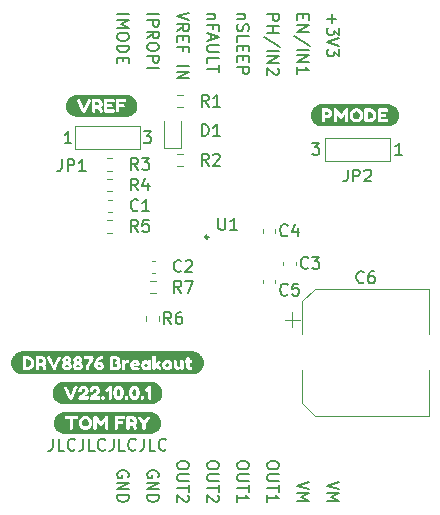
<source format=gbr>
%TF.GenerationSoftware,KiCad,Pcbnew,(6.0.5)*%
%TF.CreationDate,2022-10-05T18:31:43+01:00*%
%TF.ProjectId,DRV8876 Breakout,44525638-3837-4362-9042-7265616b6f75,V22.10.0.1*%
%TF.SameCoordinates,PX8c7ecc0PY4d83c00*%
%TF.FileFunction,Legend,Top*%
%TF.FilePolarity,Positive*%
%FSLAX46Y46*%
G04 Gerber Fmt 4.6, Leading zero omitted, Abs format (unit mm)*
G04 Created by KiCad (PCBNEW (6.0.5)) date 2022-10-05 18:31:43*
%MOMM*%
%LPD*%
G01*
G04 APERTURE LIST*
%ADD10C,0.150000*%
%ADD11C,0.120000*%
%ADD12C,0.250500*%
G04 APERTURE END LIST*
D10*
X-14779048Y-15327380D02*
X-14779048Y-16041666D01*
X-14826667Y-16184523D01*
X-14921905Y-16279761D01*
X-15064762Y-16327380D01*
X-15160000Y-16327380D01*
X-13826667Y-16327380D02*
X-14302858Y-16327380D01*
X-14302858Y-15327380D01*
X-12921905Y-16232142D02*
X-12969524Y-16279761D01*
X-13112381Y-16327380D01*
X-13207620Y-16327380D01*
X-13350477Y-16279761D01*
X-13445715Y-16184523D01*
X-13493334Y-16089285D01*
X-13540953Y-15898809D01*
X-13540953Y-15755952D01*
X-13493334Y-15565476D01*
X-13445715Y-15470238D01*
X-13350477Y-15375000D01*
X-13207620Y-15327380D01*
X-13112381Y-15327380D01*
X-12969524Y-15375000D01*
X-12921905Y-15422619D01*
X-12207620Y-15327380D02*
X-12207620Y-16041666D01*
X-12255239Y-16184523D01*
X-12350477Y-16279761D01*
X-12493334Y-16327380D01*
X-12588572Y-16327380D01*
X-11255239Y-16327380D02*
X-11731429Y-16327380D01*
X-11731429Y-15327380D01*
X-10350477Y-16232142D02*
X-10398096Y-16279761D01*
X-10540953Y-16327380D01*
X-10636191Y-16327380D01*
X-10779048Y-16279761D01*
X-10874286Y-16184523D01*
X-10921905Y-16089285D01*
X-10969524Y-15898809D01*
X-10969524Y-15755952D01*
X-10921905Y-15565476D01*
X-10874286Y-15470238D01*
X-10779048Y-15375000D01*
X-10636191Y-15327380D01*
X-10540953Y-15327380D01*
X-10398096Y-15375000D01*
X-10350477Y-15422619D01*
X-9636191Y-15327380D02*
X-9636191Y-16041666D01*
X-9683810Y-16184523D01*
X-9779048Y-16279761D01*
X-9921905Y-16327380D01*
X-10017143Y-16327380D01*
X-8683810Y-16327380D02*
X-9160000Y-16327380D01*
X-9160000Y-15327380D01*
X-7779048Y-16232142D02*
X-7826667Y-16279761D01*
X-7969524Y-16327380D01*
X-8064762Y-16327380D01*
X-8207620Y-16279761D01*
X-8302858Y-16184523D01*
X-8350477Y-16089285D01*
X-8398096Y-15898809D01*
X-8398096Y-15755952D01*
X-8350477Y-15565476D01*
X-8302858Y-15470238D01*
X-8207620Y-15375000D01*
X-8064762Y-15327380D01*
X-7969524Y-15327380D01*
X-7826667Y-15375000D01*
X-7779048Y-15422619D01*
X-7064762Y-15327380D02*
X-7064762Y-16041666D01*
X-7112381Y-16184523D01*
X-7207620Y-16279761D01*
X-7350477Y-16327380D01*
X-7445715Y-16327380D01*
X-6112381Y-16327380D02*
X-6588572Y-16327380D01*
X-6588572Y-15327380D01*
X-5207620Y-16232142D02*
X-5255239Y-16279761D01*
X-5398096Y-16327380D01*
X-5493334Y-16327380D01*
X-5636191Y-16279761D01*
X-5731429Y-16184523D01*
X-5779048Y-16089285D01*
X-5826667Y-15898809D01*
X-5826667Y-15755952D01*
X-5779048Y-15565476D01*
X-5731429Y-15470238D01*
X-5636191Y-15375000D01*
X-5493334Y-15327380D01*
X-5398096Y-15327380D01*
X-5255239Y-15375000D01*
X-5207620Y-15422619D01*
X9437619Y-18952738D02*
X8437619Y-19286071D01*
X9437619Y-19619404D01*
X8437619Y-19952738D02*
X9437619Y-19952738D01*
X8723333Y-20286071D01*
X9437619Y-20619404D01*
X8437619Y-20619404D01*
X8818571Y20619405D02*
X8818571Y19857500D01*
X8437619Y20238453D02*
X9199523Y20238453D01*
X9437619Y19476548D02*
X9437619Y18857500D01*
X9056666Y19190834D01*
X9056666Y19047977D01*
X9009047Y18952739D01*
X8961428Y18905120D01*
X8866190Y18857500D01*
X8628095Y18857500D01*
X8532857Y18905120D01*
X8485238Y18952739D01*
X8437619Y19047977D01*
X8437619Y19333691D01*
X8485238Y19428929D01*
X8532857Y19476548D01*
X9437619Y18571786D02*
X8437619Y18238453D01*
X9437619Y17905120D01*
X9437619Y17667024D02*
X9437619Y17047977D01*
X9056666Y17381310D01*
X9056666Y17238453D01*
X9009047Y17143215D01*
X8961428Y17095596D01*
X8866190Y17047977D01*
X8628095Y17047977D01*
X8532857Y17095596D01*
X8485238Y17143215D01*
X8437619Y17238453D01*
X8437619Y17524167D01*
X8485238Y17619405D01*
X8532857Y17667024D01*
X-3262381Y-17476547D02*
X-3262381Y-17667023D01*
X-3310000Y-17762261D01*
X-3405239Y-17857500D01*
X-3595715Y-17905119D01*
X-3929048Y-17905119D01*
X-4119524Y-17857500D01*
X-4214762Y-17762261D01*
X-4262381Y-17667023D01*
X-4262381Y-17476547D01*
X-4214762Y-17381309D01*
X-4119524Y-17286071D01*
X-3929048Y-17238452D01*
X-3595715Y-17238452D01*
X-3405239Y-17286071D01*
X-3310000Y-17381309D01*
X-3262381Y-17476547D01*
X-3262381Y-18333690D02*
X-4071905Y-18333690D01*
X-4167143Y-18381309D01*
X-4214762Y-18428928D01*
X-4262381Y-18524166D01*
X-4262381Y-18714642D01*
X-4214762Y-18809880D01*
X-4167143Y-18857500D01*
X-4071905Y-18905119D01*
X-3262381Y-18905119D01*
X-3262381Y-19238452D02*
X-3262381Y-19809880D01*
X-4262381Y-19524166D02*
X-3262381Y-19524166D01*
X-3357620Y-20095595D02*
X-3310000Y-20143214D01*
X-3262381Y-20238452D01*
X-3262381Y-20476547D01*
X-3310000Y-20571785D01*
X-3357620Y-20619404D01*
X-3452858Y-20667023D01*
X-3548096Y-20667023D01*
X-3690953Y-20619404D01*
X-4262381Y-20047976D01*
X-4262381Y-20667023D01*
X-6802381Y20619405D02*
X-5802381Y20619405D01*
X-6802381Y20143215D02*
X-5802381Y20143215D01*
X-5802381Y19762262D01*
X-5850000Y19667024D01*
X-5897620Y19619405D01*
X-5992858Y19571786D01*
X-6135715Y19571786D01*
X-6230953Y19619405D01*
X-6278572Y19667024D01*
X-6326191Y19762262D01*
X-6326191Y20143215D01*
X-6802381Y18571786D02*
X-6326191Y18905120D01*
X-6802381Y19143215D02*
X-5802381Y19143215D01*
X-5802381Y18762262D01*
X-5850000Y18667024D01*
X-5897620Y18619405D01*
X-5992858Y18571786D01*
X-6135715Y18571786D01*
X-6230953Y18619405D01*
X-6278572Y18667024D01*
X-6326191Y18762262D01*
X-6326191Y19143215D01*
X-5802381Y17952739D02*
X-5802381Y17762262D01*
X-5850000Y17667024D01*
X-5945239Y17571786D01*
X-6135715Y17524167D01*
X-6469048Y17524167D01*
X-6659524Y17571786D01*
X-6754762Y17667024D01*
X-6802381Y17762262D01*
X-6802381Y17952739D01*
X-6754762Y18047977D01*
X-6659524Y18143215D01*
X-6469048Y18190834D01*
X-6135715Y18190834D01*
X-5945239Y18143215D01*
X-5850000Y18047977D01*
X-5802381Y17952739D01*
X-6802381Y17095596D02*
X-5802381Y17095596D01*
X-5802381Y16714643D01*
X-5850000Y16619405D01*
X-5897620Y16571786D01*
X-5992858Y16524167D01*
X-6135715Y16524167D01*
X-6230953Y16571786D01*
X-6278572Y16619405D01*
X-6326191Y16714643D01*
X-6326191Y17095596D01*
X-6802381Y16095596D02*
X-5802381Y16095596D01*
X-722381Y-17476547D02*
X-722381Y-17667023D01*
X-770000Y-17762261D01*
X-865239Y-17857500D01*
X-1055715Y-17905119D01*
X-1389048Y-17905119D01*
X-1579524Y-17857500D01*
X-1674762Y-17762261D01*
X-1722381Y-17667023D01*
X-1722381Y-17476547D01*
X-1674762Y-17381309D01*
X-1579524Y-17286071D01*
X-1389048Y-17238452D01*
X-1055715Y-17238452D01*
X-865239Y-17286071D01*
X-770000Y-17381309D01*
X-722381Y-17476547D01*
X-722381Y-18333690D02*
X-1531905Y-18333690D01*
X-1627143Y-18381309D01*
X-1674762Y-18428928D01*
X-1722381Y-18524166D01*
X-1722381Y-18714642D01*
X-1674762Y-18809880D01*
X-1627143Y-18857500D01*
X-1531905Y-18905119D01*
X-722381Y-18905119D01*
X-722381Y-19238452D02*
X-722381Y-19809880D01*
X-1722381Y-19524166D02*
X-722381Y-19524166D01*
X-817620Y-20095595D02*
X-770000Y-20143214D01*
X-722381Y-20238452D01*
X-722381Y-20476547D01*
X-770000Y-20571785D01*
X-817620Y-20619404D01*
X-912858Y-20667023D01*
X-1008096Y-20667023D01*
X-1150953Y-20619404D01*
X-1722381Y-20047976D01*
X-1722381Y-20667023D01*
X1817619Y-17476547D02*
X1817619Y-17667023D01*
X1770000Y-17762261D01*
X1674761Y-17857500D01*
X1484285Y-17905119D01*
X1150952Y-17905119D01*
X960476Y-17857500D01*
X865238Y-17762261D01*
X817619Y-17667023D01*
X817619Y-17476547D01*
X865238Y-17381309D01*
X960476Y-17286071D01*
X1150952Y-17238452D01*
X1484285Y-17238452D01*
X1674761Y-17286071D01*
X1770000Y-17381309D01*
X1817619Y-17476547D01*
X1817619Y-18333690D02*
X1008095Y-18333690D01*
X912857Y-18381309D01*
X865238Y-18428928D01*
X817619Y-18524166D01*
X817619Y-18714642D01*
X865238Y-18809880D01*
X912857Y-18857500D01*
X1008095Y-18905119D01*
X1817619Y-18905119D01*
X1817619Y-19238452D02*
X1817619Y-19809880D01*
X817619Y-19524166D02*
X1817619Y-19524166D01*
X817619Y-20667023D02*
X817619Y-20095595D01*
X817619Y-20381309D02*
X1817619Y-20381309D01*
X1674761Y-20286071D01*
X1579523Y-20190833D01*
X1531904Y-20095595D01*
X4357619Y-17476547D02*
X4357619Y-17667023D01*
X4310000Y-17762261D01*
X4214761Y-17857500D01*
X4024285Y-17905119D01*
X3690952Y-17905119D01*
X3500476Y-17857500D01*
X3405238Y-17762261D01*
X3357619Y-17667023D01*
X3357619Y-17476547D01*
X3405238Y-17381309D01*
X3500476Y-17286071D01*
X3690952Y-17238452D01*
X4024285Y-17238452D01*
X4214761Y-17286071D01*
X4310000Y-17381309D01*
X4357619Y-17476547D01*
X4357619Y-18333690D02*
X3548095Y-18333690D01*
X3452857Y-18381309D01*
X3405238Y-18428928D01*
X3357619Y-18524166D01*
X3357619Y-18714642D01*
X3405238Y-18809880D01*
X3452857Y-18857500D01*
X3548095Y-18905119D01*
X4357619Y-18905119D01*
X4357619Y-19238452D02*
X4357619Y-19809880D01*
X3357619Y-19524166D02*
X4357619Y-19524166D01*
X3357619Y-20667023D02*
X3357619Y-20095595D01*
X3357619Y-20381309D02*
X4357619Y-20381309D01*
X4214761Y-20286071D01*
X4119523Y-20190833D01*
X4071904Y-20095595D01*
X6421428Y20619405D02*
X6421428Y20286072D01*
X5897619Y20143215D02*
X5897619Y20619405D01*
X6897619Y20619405D01*
X6897619Y20143215D01*
X5897619Y19714643D02*
X6897619Y19714643D01*
X5897619Y19143215D01*
X6897619Y19143215D01*
X6945238Y17952739D02*
X5659523Y18809881D01*
X5897619Y17619405D02*
X6897619Y17619405D01*
X5897619Y17143215D02*
X6897619Y17143215D01*
X5897619Y16571786D01*
X6897619Y16571786D01*
X5897619Y15571786D02*
X5897619Y16143215D01*
X5897619Y15857500D02*
X6897619Y15857500D01*
X6754761Y15952739D01*
X6659523Y16047977D01*
X6611904Y16143215D01*
X1484285Y20619405D02*
X817619Y20619405D01*
X1389047Y20619405D02*
X1436666Y20571786D01*
X1484285Y20476548D01*
X1484285Y20333691D01*
X1436666Y20238453D01*
X1341428Y20190834D01*
X817619Y20190834D01*
X865238Y19762262D02*
X817619Y19619405D01*
X817619Y19381310D01*
X865238Y19286072D01*
X912857Y19238453D01*
X1008095Y19190834D01*
X1103333Y19190834D01*
X1198571Y19238453D01*
X1246190Y19286072D01*
X1293809Y19381310D01*
X1341428Y19571786D01*
X1389047Y19667024D01*
X1436666Y19714643D01*
X1531904Y19762262D01*
X1627142Y19762262D01*
X1722380Y19714643D01*
X1770000Y19667024D01*
X1817619Y19571786D01*
X1817619Y19333691D01*
X1770000Y19190834D01*
X817619Y18286072D02*
X817619Y18762262D01*
X1817619Y18762262D01*
X1341428Y17952739D02*
X1341428Y17619405D01*
X817619Y17476548D02*
X817619Y17952739D01*
X1817619Y17952739D01*
X1817619Y17476548D01*
X1341428Y17047977D02*
X1341428Y16714643D01*
X817619Y16571786D02*
X817619Y17047977D01*
X1817619Y17047977D01*
X1817619Y16571786D01*
X817619Y16143215D02*
X1817619Y16143215D01*
X1817619Y15762262D01*
X1770000Y15667024D01*
X1722380Y15619405D01*
X1627142Y15571786D01*
X1484285Y15571786D01*
X1389047Y15619405D01*
X1341428Y15667024D01*
X1293809Y15762262D01*
X1293809Y16143215D01*
X3357619Y20619405D02*
X4357619Y20619405D01*
X4357619Y20238453D01*
X4310000Y20143215D01*
X4262380Y20095596D01*
X4167142Y20047977D01*
X4024285Y20047977D01*
X3929047Y20095596D01*
X3881428Y20143215D01*
X3833809Y20238453D01*
X3833809Y20619405D01*
X3357619Y19619405D02*
X4357619Y19619405D01*
X3881428Y19619405D02*
X3881428Y19047977D01*
X3357619Y19047977D02*
X4357619Y19047977D01*
X4405238Y17857500D02*
X3119523Y18714643D01*
X3357619Y17524167D02*
X4357619Y17524167D01*
X3357619Y17047977D02*
X4357619Y17047977D01*
X3357619Y16476548D01*
X4357619Y16476548D01*
X4262380Y16047977D02*
X4310000Y16000358D01*
X4357619Y15905120D01*
X4357619Y15667024D01*
X4310000Y15571786D01*
X4262380Y15524167D01*
X4167142Y15476548D01*
X4071904Y15476548D01*
X3929047Y15524167D01*
X3357619Y16095596D01*
X3357619Y15476548D01*
X-8390000Y-18571785D02*
X-8342381Y-18476547D01*
X-8342381Y-18333690D01*
X-8390000Y-18190833D01*
X-8485239Y-18095595D01*
X-8580477Y-18047976D01*
X-8770953Y-18000357D01*
X-8913810Y-18000357D01*
X-9104286Y-18047976D01*
X-9199524Y-18095595D01*
X-9294762Y-18190833D01*
X-9342381Y-18333690D01*
X-9342381Y-18428928D01*
X-9294762Y-18571785D01*
X-9247143Y-18619404D01*
X-8913810Y-18619404D01*
X-8913810Y-18428928D01*
X-9342381Y-19047976D02*
X-8342381Y-19047976D01*
X-9342381Y-19619404D01*
X-8342381Y-19619404D01*
X-9342381Y-20095595D02*
X-8342381Y-20095595D01*
X-8342381Y-20333690D01*
X-8390000Y-20476547D01*
X-8485239Y-20571785D01*
X-8580477Y-20619404D01*
X-8770953Y-20667023D01*
X-8913810Y-20667023D01*
X-9104286Y-20619404D01*
X-9199524Y-20571785D01*
X-9294762Y-20476547D01*
X-9342381Y-20333690D01*
X-9342381Y-20095595D01*
X-3262381Y20762262D02*
X-4262381Y20428929D01*
X-3262381Y20095596D01*
X-4262381Y19190834D02*
X-3786191Y19524167D01*
X-4262381Y19762262D02*
X-3262381Y19762262D01*
X-3262381Y19381310D01*
X-3310000Y19286072D01*
X-3357620Y19238453D01*
X-3452858Y19190834D01*
X-3595715Y19190834D01*
X-3690953Y19238453D01*
X-3738572Y19286072D01*
X-3786191Y19381310D01*
X-3786191Y19762262D01*
X-3738572Y18762262D02*
X-3738572Y18428929D01*
X-4262381Y18286072D02*
X-4262381Y18762262D01*
X-3262381Y18762262D01*
X-3262381Y18286072D01*
X-3738572Y17524167D02*
X-3738572Y17857500D01*
X-4262381Y17857500D02*
X-3262381Y17857500D01*
X-3262381Y17381310D01*
X-4262381Y16238453D02*
X-3262381Y16238453D01*
X-4262381Y15762262D02*
X-3262381Y15762262D01*
X-4262381Y15190834D01*
X-3262381Y15190834D01*
X-9342381Y20619405D02*
X-8342381Y20619405D01*
X-9342381Y20143215D02*
X-8342381Y20143215D01*
X-9056667Y19809881D01*
X-8342381Y19476548D01*
X-9342381Y19476548D01*
X-8342381Y18809881D02*
X-8342381Y18619405D01*
X-8390000Y18524167D01*
X-8485239Y18428929D01*
X-8675715Y18381310D01*
X-9009048Y18381310D01*
X-9199524Y18428929D01*
X-9294762Y18524167D01*
X-9342381Y18619405D01*
X-9342381Y18809881D01*
X-9294762Y18905120D01*
X-9199524Y19000358D01*
X-9009048Y19047977D01*
X-8675715Y19047977D01*
X-8485239Y19000358D01*
X-8390000Y18905120D01*
X-8342381Y18809881D01*
X-9342381Y17952739D02*
X-8342381Y17952739D01*
X-8342381Y17714643D01*
X-8390000Y17571786D01*
X-8485239Y17476548D01*
X-8580477Y17428929D01*
X-8770953Y17381310D01*
X-8913810Y17381310D01*
X-9104286Y17428929D01*
X-9199524Y17476548D01*
X-9294762Y17571786D01*
X-9342381Y17714643D01*
X-9342381Y17952739D01*
X-8818572Y16952739D02*
X-8818572Y16619405D01*
X-9342381Y16476548D02*
X-9342381Y16952739D01*
X-8342381Y16952739D01*
X-8342381Y16476548D01*
X6897619Y-18952738D02*
X5897619Y-19286071D01*
X6897619Y-19619404D01*
X5897619Y-19952738D02*
X6897619Y-19952738D01*
X6183333Y-20286071D01*
X6897619Y-20619404D01*
X5897619Y-20619404D01*
X-5850000Y-18571785D02*
X-5802381Y-18476547D01*
X-5802381Y-18333690D01*
X-5850000Y-18190833D01*
X-5945239Y-18095595D01*
X-6040477Y-18047976D01*
X-6230953Y-18000357D01*
X-6373810Y-18000357D01*
X-6564286Y-18047976D01*
X-6659524Y-18095595D01*
X-6754762Y-18190833D01*
X-6802381Y-18333690D01*
X-6802381Y-18428928D01*
X-6754762Y-18571785D01*
X-6707143Y-18619404D01*
X-6373810Y-18619404D01*
X-6373810Y-18428928D01*
X-6802381Y-19047976D02*
X-5802381Y-19047976D01*
X-6802381Y-19619404D01*
X-5802381Y-19619404D01*
X-6802381Y-20095595D02*
X-5802381Y-20095595D01*
X-5802381Y-20333690D01*
X-5850000Y-20476547D01*
X-5945239Y-20571785D01*
X-6040477Y-20619404D01*
X-6230953Y-20667023D01*
X-6373810Y-20667023D01*
X-6564286Y-20619404D01*
X-6659524Y-20571785D01*
X-6754762Y-20476547D01*
X-6802381Y-20333690D01*
X-6802381Y-20095595D01*
X-1055715Y20619405D02*
X-1722381Y20619405D01*
X-1150953Y20619405D02*
X-1103334Y20571786D01*
X-1055715Y20476548D01*
X-1055715Y20333691D01*
X-1103334Y20238453D01*
X-1198572Y20190834D01*
X-1722381Y20190834D01*
X-1198572Y19381310D02*
X-1198572Y19714643D01*
X-1722381Y19714643D02*
X-722381Y19714643D01*
X-722381Y19238453D01*
X-1436667Y18905120D02*
X-1436667Y18428929D01*
X-1722381Y19000358D02*
X-722381Y18667024D01*
X-1722381Y18333691D01*
X-722381Y18000358D02*
X-1531905Y18000358D01*
X-1627143Y17952739D01*
X-1674762Y17905120D01*
X-1722381Y17809881D01*
X-1722381Y17619405D01*
X-1674762Y17524167D01*
X-1627143Y17476548D01*
X-1531905Y17428929D01*
X-722381Y17428929D01*
X-1722381Y16476548D02*
X-1722381Y16952739D01*
X-722381Y16952739D01*
X-722381Y16286072D02*
X-722381Y15714643D01*
X-1722381Y16000358D02*
X-722381Y16000358D01*
%TO.C,C1*%
X-7576667Y4042858D02*
X-7624286Y3995239D01*
X-7767143Y3947620D01*
X-7862381Y3947620D01*
X-8005239Y3995239D01*
X-8100477Y4090477D01*
X-8148096Y4185715D01*
X-8195715Y4376191D01*
X-8195715Y4519048D01*
X-8148096Y4709524D01*
X-8100477Y4804762D01*
X-8005239Y4900000D01*
X-7862381Y4947620D01*
X-7767143Y4947620D01*
X-7624286Y4900000D01*
X-7576667Y4852381D01*
X-6624286Y3947620D02*
X-7195715Y3947620D01*
X-6910000Y3947620D02*
X-6910000Y4947620D01*
X-7005239Y4804762D01*
X-7100477Y4709524D01*
X-7195715Y4661905D01*
%TO.C,R4*%
X-7576667Y5697620D02*
X-7910000Y6173810D01*
X-8148096Y5697620D02*
X-8148096Y6697620D01*
X-7767143Y6697620D01*
X-7671905Y6650000D01*
X-7624286Y6602381D01*
X-7576667Y6507143D01*
X-7576667Y6364286D01*
X-7624286Y6269048D01*
X-7671905Y6221429D01*
X-7767143Y6173810D01*
X-8148096Y6173810D01*
X-6719524Y6364286D02*
X-6719524Y5697620D01*
X-6957620Y6745239D02*
X-7195715Y6030953D01*
X-6576667Y6030953D01*
%TO.C,U1*%
X-761905Y3367620D02*
X-761905Y2558096D01*
X-714286Y2462858D01*
X-666667Y2415239D01*
X-571429Y2367620D01*
X-380953Y2367620D01*
X-285715Y2415239D01*
X-238096Y2462858D01*
X-190477Y2558096D01*
X-190477Y3367620D01*
X809523Y2367620D02*
X238095Y2367620D01*
X523809Y2367620D02*
X523809Y3367620D01*
X428571Y3224762D01*
X333333Y3129524D01*
X238095Y3081905D01*
%TO.C,C5*%
X5083333Y-3107142D02*
X5035714Y-3154761D01*
X4892857Y-3202380D01*
X4797619Y-3202380D01*
X4654761Y-3154761D01*
X4559523Y-3059523D01*
X4511904Y-2964285D01*
X4464285Y-2773809D01*
X4464285Y-2630952D01*
X4511904Y-2440476D01*
X4559523Y-2345238D01*
X4654761Y-2250000D01*
X4797619Y-2202380D01*
X4892857Y-2202380D01*
X5035714Y-2250000D01*
X5083333Y-2297619D01*
X5988095Y-2202380D02*
X5511904Y-2202380D01*
X5464285Y-2678571D01*
X5511904Y-2630952D01*
X5607142Y-2583333D01*
X5845238Y-2583333D01*
X5940476Y-2630952D01*
X5988095Y-2678571D01*
X6035714Y-2773809D01*
X6035714Y-3011904D01*
X5988095Y-3107142D01*
X5940476Y-3154761D01*
X5845238Y-3202380D01*
X5607142Y-3202380D01*
X5511904Y-3154761D01*
X5464285Y-3107142D01*
%TO.C,R6*%
X-4766667Y-5595380D02*
X-5100000Y-5119190D01*
X-5338096Y-5595380D02*
X-5338096Y-4595380D01*
X-4957143Y-4595380D01*
X-4861905Y-4643000D01*
X-4814286Y-4690619D01*
X-4766667Y-4785857D01*
X-4766667Y-4928714D01*
X-4814286Y-5023952D01*
X-4861905Y-5071571D01*
X-4957143Y-5119190D01*
X-5338096Y-5119190D01*
X-3909524Y-4595380D02*
X-4100000Y-4595380D01*
X-4195239Y-4643000D01*
X-4242858Y-4690619D01*
X-4338096Y-4833476D01*
X-4385715Y-5023952D01*
X-4385715Y-5404904D01*
X-4338096Y-5500142D01*
X-4290477Y-5547761D01*
X-4195239Y-5595380D01*
X-4004762Y-5595380D01*
X-3909524Y-5547761D01*
X-3861905Y-5500142D01*
X-3814286Y-5404904D01*
X-3814286Y-5166809D01*
X-3861905Y-5071571D01*
X-3909524Y-5023952D01*
X-4004762Y-4976333D01*
X-4195239Y-4976333D01*
X-4290477Y-5023952D01*
X-4338096Y-5071571D01*
X-4385715Y-5166809D01*
%TO.C,R7*%
X-3916667Y-2952380D02*
X-4250000Y-2476190D01*
X-4488096Y-2952380D02*
X-4488096Y-1952380D01*
X-4107143Y-1952380D01*
X-4011905Y-2000000D01*
X-3964286Y-2047619D01*
X-3916667Y-2142857D01*
X-3916667Y-2285714D01*
X-3964286Y-2380952D01*
X-4011905Y-2428571D01*
X-4107143Y-2476190D01*
X-4488096Y-2476190D01*
X-3583334Y-1952380D02*
X-2916667Y-1952380D01*
X-3345239Y-2952380D01*
%TO.C,R2*%
X-1591667Y7802620D02*
X-1925000Y8278810D01*
X-2163096Y7802620D02*
X-2163096Y8802620D01*
X-1782143Y8802620D01*
X-1686905Y8755000D01*
X-1639286Y8707381D01*
X-1591667Y8612143D01*
X-1591667Y8469286D01*
X-1639286Y8374048D01*
X-1686905Y8326429D01*
X-1782143Y8278810D01*
X-2163096Y8278810D01*
X-1210715Y8707381D02*
X-1163096Y8755000D01*
X-1067858Y8802620D01*
X-829762Y8802620D01*
X-734524Y8755000D01*
X-686905Y8707381D01*
X-639286Y8612143D01*
X-639286Y8516905D01*
X-686905Y8374048D01*
X-1258334Y7802620D01*
X-639286Y7802620D01*
%TO.C,C4*%
X5083333Y1917858D02*
X5035714Y1870239D01*
X4892857Y1822620D01*
X4797619Y1822620D01*
X4654761Y1870239D01*
X4559523Y1965477D01*
X4511904Y2060715D01*
X4464285Y2251191D01*
X4464285Y2394048D01*
X4511904Y2584524D01*
X4559523Y2679762D01*
X4654761Y2775000D01*
X4797619Y2822620D01*
X4892857Y2822620D01*
X5035714Y2775000D01*
X5083333Y2727381D01*
X5940476Y2489286D02*
X5940476Y1822620D01*
X5702380Y2870239D02*
X5464285Y2155953D01*
X6083333Y2155953D01*
%TO.C,D1*%
X-2163096Y10302620D02*
X-2163096Y11302620D01*
X-1925000Y11302620D01*
X-1782143Y11255000D01*
X-1686905Y11159762D01*
X-1639286Y11064524D01*
X-1591667Y10874048D01*
X-1591667Y10731191D01*
X-1639286Y10540715D01*
X-1686905Y10445477D01*
X-1782143Y10350239D01*
X-1925000Y10302620D01*
X-2163096Y10302620D01*
X-639286Y10302620D02*
X-1210715Y10302620D01*
X-925000Y10302620D02*
X-925000Y11302620D01*
X-1020239Y11159762D01*
X-1115477Y11064524D01*
X-1210715Y11016905D01*
%TO.C,R3*%
X-7576667Y7447620D02*
X-7910000Y7923810D01*
X-8148096Y7447620D02*
X-8148096Y8447620D01*
X-7767143Y8447620D01*
X-7671905Y8400000D01*
X-7624286Y8352381D01*
X-7576667Y8257143D01*
X-7576667Y8114286D01*
X-7624286Y8019048D01*
X-7671905Y7971429D01*
X-7767143Y7923810D01*
X-8148096Y7923810D01*
X-7243334Y8447620D02*
X-6624286Y8447620D01*
X-6957620Y8066667D01*
X-6814762Y8066667D01*
X-6719524Y8019048D01*
X-6671905Y7971429D01*
X-6624286Y7876191D01*
X-6624286Y7638096D01*
X-6671905Y7542858D01*
X-6719524Y7495239D01*
X-6814762Y7447620D01*
X-7100477Y7447620D01*
X-7195715Y7495239D01*
X-7243334Y7542858D01*
%TO.C,C2*%
X-3916667Y-1107142D02*
X-3964286Y-1154761D01*
X-4107143Y-1202380D01*
X-4202381Y-1202380D01*
X-4345239Y-1154761D01*
X-4440477Y-1059523D01*
X-4488096Y-964285D01*
X-4535715Y-773809D01*
X-4535715Y-630952D01*
X-4488096Y-440476D01*
X-4440477Y-345238D01*
X-4345239Y-250000D01*
X-4202381Y-202380D01*
X-4107143Y-202380D01*
X-3964286Y-250000D01*
X-3916667Y-297619D01*
X-3535715Y-297619D02*
X-3488096Y-250000D01*
X-3392858Y-202380D01*
X-3154762Y-202380D01*
X-3059524Y-250000D01*
X-3011905Y-297619D01*
X-2964286Y-392857D01*
X-2964286Y-488095D01*
X-3011905Y-630952D01*
X-3583334Y-1202380D01*
X-2964286Y-1202380D01*
%TO.C,JP1*%
X-14018334Y8337620D02*
X-14018334Y7623334D01*
X-14065953Y7480477D01*
X-14161191Y7385239D01*
X-14304048Y7337620D01*
X-14399286Y7337620D01*
X-13542143Y7337620D02*
X-13542143Y8337620D01*
X-13161191Y8337620D01*
X-13065953Y8290000D01*
X-13018334Y8242381D01*
X-12970715Y8147143D01*
X-12970715Y8004286D01*
X-13018334Y7909048D01*
X-13065953Y7861429D01*
X-13161191Y7813810D01*
X-13542143Y7813810D01*
X-12018334Y7337620D02*
X-12589762Y7337620D01*
X-12304048Y7337620D02*
X-12304048Y8337620D01*
X-12399286Y8194762D01*
X-12494524Y8099524D01*
X-12589762Y8051905D01*
X-13224286Y9697620D02*
X-13795715Y9697620D01*
X-13510000Y9697620D02*
X-13510000Y10697620D01*
X-13605239Y10554762D01*
X-13700477Y10459524D01*
X-13795715Y10411905D01*
X-7093334Y10697620D02*
X-6474286Y10697620D01*
X-6807620Y10316667D01*
X-6664762Y10316667D01*
X-6569524Y10269048D01*
X-6521905Y10221429D01*
X-6474286Y10126191D01*
X-6474286Y9888096D01*
X-6521905Y9792858D01*
X-6569524Y9745239D01*
X-6664762Y9697620D01*
X-6950477Y9697620D01*
X-7045715Y9745239D01*
X-7093334Y9792858D01*
%TO.C,C6*%
X11533333Y-2057142D02*
X11485714Y-2104761D01*
X11342857Y-2152380D01*
X11247619Y-2152380D01*
X11104761Y-2104761D01*
X11009523Y-2009523D01*
X10961904Y-1914285D01*
X10914285Y-1723809D01*
X10914285Y-1580952D01*
X10961904Y-1390476D01*
X11009523Y-1295238D01*
X11104761Y-1200000D01*
X11247619Y-1152380D01*
X11342857Y-1152380D01*
X11485714Y-1200000D01*
X11533333Y-1247619D01*
X12390476Y-1152380D02*
X12200000Y-1152380D01*
X12104761Y-1200000D01*
X12057142Y-1247619D01*
X11961904Y-1390476D01*
X11914285Y-1580952D01*
X11914285Y-1961904D01*
X11961904Y-2057142D01*
X12009523Y-2104761D01*
X12104761Y-2152380D01*
X12295238Y-2152380D01*
X12390476Y-2104761D01*
X12438095Y-2057142D01*
X12485714Y-1961904D01*
X12485714Y-1723809D01*
X12438095Y-1628571D01*
X12390476Y-1580952D01*
X12295238Y-1533333D01*
X12104761Y-1533333D01*
X12009523Y-1580952D01*
X11961904Y-1628571D01*
X11914285Y-1723809D01*
%TO.C,JP2*%
X10166666Y7467620D02*
X10166666Y6753334D01*
X10119047Y6610477D01*
X10023809Y6515239D01*
X9880952Y6467620D01*
X9785714Y6467620D01*
X10642857Y6467620D02*
X10642857Y7467620D01*
X11023809Y7467620D01*
X11119047Y7420000D01*
X11166666Y7372381D01*
X11214285Y7277143D01*
X11214285Y7134286D01*
X11166666Y7039048D01*
X11119047Y6991429D01*
X11023809Y6943810D01*
X10642857Y6943810D01*
X11595238Y7372381D02*
X11642857Y7420000D01*
X11738095Y7467620D01*
X11976190Y7467620D01*
X12071428Y7420000D01*
X12119047Y7372381D01*
X12166666Y7277143D01*
X12166666Y7181905D01*
X12119047Y7039048D01*
X11547619Y6467620D01*
X12166666Y6467620D01*
X14785714Y8717620D02*
X14214285Y8717620D01*
X14500000Y8717620D02*
X14500000Y9717620D01*
X14404761Y9574762D01*
X14309523Y9479524D01*
X14214285Y9431905D01*
X7166666Y9717620D02*
X7785714Y9717620D01*
X7452380Y9336667D01*
X7595238Y9336667D01*
X7690476Y9289048D01*
X7738095Y9241429D01*
X7785714Y9146191D01*
X7785714Y8908096D01*
X7738095Y8812858D01*
X7690476Y8765239D01*
X7595238Y8717620D01*
X7309523Y8717620D01*
X7214285Y8765239D01*
X7166666Y8812858D01*
%TO.C,C3*%
X6833333Y-832142D02*
X6785714Y-879761D01*
X6642857Y-927380D01*
X6547619Y-927380D01*
X6404761Y-879761D01*
X6309523Y-784523D01*
X6261904Y-689285D01*
X6214285Y-498809D01*
X6214285Y-355952D01*
X6261904Y-165476D01*
X6309523Y-70238D01*
X6404761Y25000D01*
X6547619Y72620D01*
X6642857Y72620D01*
X6785714Y25000D01*
X6833333Y-22619D01*
X7166666Y72620D02*
X7785714Y72620D01*
X7452380Y-308333D01*
X7595238Y-308333D01*
X7690476Y-355952D01*
X7738095Y-403571D01*
X7785714Y-498809D01*
X7785714Y-736904D01*
X7738095Y-832142D01*
X7690476Y-879761D01*
X7595238Y-927380D01*
X7309523Y-927380D01*
X7214285Y-879761D01*
X7166666Y-832142D01*
%TO.C,R5*%
X-7576667Y2197620D02*
X-7910000Y2673810D01*
X-8148096Y2197620D02*
X-8148096Y3197620D01*
X-7767143Y3197620D01*
X-7671905Y3150000D01*
X-7624286Y3102381D01*
X-7576667Y3007143D01*
X-7576667Y2864286D01*
X-7624286Y2769048D01*
X-7671905Y2721429D01*
X-7767143Y2673810D01*
X-8148096Y2673810D01*
X-6671905Y3197620D02*
X-7148096Y3197620D01*
X-7195715Y2721429D01*
X-7148096Y2769048D01*
X-7052858Y2816667D01*
X-6814762Y2816667D01*
X-6719524Y2769048D01*
X-6671905Y2721429D01*
X-6624286Y2626191D01*
X-6624286Y2388096D01*
X-6671905Y2292858D01*
X-6719524Y2245239D01*
X-6814762Y2197620D01*
X-7052858Y2197620D01*
X-7148096Y2245239D01*
X-7195715Y2292858D01*
%TO.C,R1*%
X-1591667Y12802620D02*
X-1925000Y13278810D01*
X-2163096Y12802620D02*
X-2163096Y13802620D01*
X-1782143Y13802620D01*
X-1686905Y13755000D01*
X-1639286Y13707381D01*
X-1591667Y13612143D01*
X-1591667Y13469286D01*
X-1639286Y13374048D01*
X-1686905Y13326429D01*
X-1782143Y13278810D01*
X-2163096Y13278810D01*
X-639286Y12802620D02*
X-1210715Y12802620D01*
X-925000Y12802620D02*
X-925000Y13802620D01*
X-1020239Y13659762D01*
X-1115477Y13564524D01*
X-1210715Y13516905D01*
D11*
%TO.C,C1*%
X-9794420Y4910000D02*
X-10075580Y4910000D01*
X-9794420Y3890000D02*
X-10075580Y3890000D01*
%TO.C,R4*%
X-9747742Y6672500D02*
X-10222258Y6672500D01*
X-9747742Y5627500D02*
X-10222258Y5627500D01*
%TO.C,kibuzzard-633DB2C4*%
G36*
X-16808252Y-8633023D02*
G01*
X-16710819Y-8697913D01*
X-16643548Y-8794948D01*
X-16621125Y-8913019D01*
X-16644144Y-9030692D01*
X-16713200Y-9126538D01*
X-16810831Y-9190236D01*
X-16919575Y-9211469D01*
X-17073563Y-9211469D01*
X-17073563Y-8611394D01*
X-16921163Y-8611394D01*
X-16808252Y-8633023D01*
G37*
G36*
X-13488194Y-9046369D02*
G01*
X-13452475Y-9128125D01*
X-13487400Y-9209881D01*
X-13592175Y-9247981D01*
X-13698538Y-9209881D01*
X-13735050Y-9127331D01*
X-13698538Y-9045575D01*
X-13592969Y-9008269D01*
X-13488194Y-9046369D01*
G37*
G36*
X-15660688Y-8647113D02*
G01*
X-15614650Y-8752681D01*
X-15660688Y-8857456D01*
X-15752763Y-8892381D01*
X-15955963Y-8892381D01*
X-15955963Y-8611394D01*
X-15755938Y-8611394D01*
X-15660688Y-8647113D01*
G37*
G36*
X-12590463Y-8604250D02*
G01*
X-12563475Y-8663781D01*
X-12589669Y-8724106D01*
X-12667456Y-8752681D01*
X-12746831Y-8724106D01*
X-12774613Y-8662988D01*
X-12749213Y-8603456D01*
X-12670631Y-8576469D01*
X-12590463Y-8604250D01*
G37*
G36*
X-7708106Y-8913019D02*
G01*
X-7680325Y-8971756D01*
X-7740650Y-9022556D01*
X-7940675Y-9022556D01*
X-7889875Y-8932863D01*
X-7787481Y-8890794D01*
X-7708106Y-8913019D01*
G37*
G36*
X-12564269Y-9046369D02*
G01*
X-12528550Y-9128125D01*
X-12563475Y-9209881D01*
X-12668250Y-9247981D01*
X-12774613Y-9209881D01*
X-12811125Y-9127331D01*
X-12774613Y-9045575D01*
X-12669044Y-9008269D01*
X-12564269Y-9046369D01*
G37*
G36*
X-13514388Y-8604250D02*
G01*
X-13487400Y-8663781D01*
X-13513594Y-8724106D01*
X-13591381Y-8752681D01*
X-13670756Y-8724106D01*
X-13698538Y-8662988D01*
X-13673138Y-8603456D01*
X-13594556Y-8576469D01*
X-13514388Y-8604250D01*
G37*
G36*
X-6807994Y-8979694D02*
G01*
X-6770688Y-9075738D01*
X-6809581Y-9170194D01*
X-6907213Y-9213056D01*
X-7007225Y-9170988D01*
X-7048500Y-9076531D01*
X-7009606Y-8979694D01*
X-6908006Y-8935244D01*
X-6807994Y-8979694D01*
G37*
G36*
X-10773569Y-9079706D02*
G01*
X-10745788Y-9147969D01*
X-10776347Y-9227741D01*
X-10868025Y-9254331D01*
X-10969625Y-9217819D01*
X-10984706Y-9182894D01*
X-10988675Y-9136856D01*
X-10956131Y-9077325D01*
X-10862469Y-9047956D01*
X-10773569Y-9079706D01*
G37*
G36*
X-17448484Y-9842390D02*
G01*
X-17541383Y-9828609D01*
X-17632484Y-9805790D01*
X-17720910Y-9774151D01*
X-17805808Y-9733997D01*
X-17886362Y-9685715D01*
X-17961795Y-9629769D01*
X-18031382Y-9566700D01*
X-18094452Y-9497113D01*
X-18150397Y-9421680D01*
X-18192659Y-9351169D01*
X-17354550Y-9351169D01*
X-17335500Y-9452769D01*
X-17293431Y-9482534D01*
X-17214850Y-9492456D01*
X-16924338Y-9492456D01*
X-16807408Y-9481641D01*
X-16699508Y-9449197D01*
X-16600636Y-9395123D01*
X-16548473Y-9351169D01*
X-16236950Y-9351169D01*
X-16227425Y-9433719D01*
X-16185356Y-9477772D01*
X-16097250Y-9492456D01*
X-16015494Y-9481741D01*
X-15973425Y-9449594D01*
X-15958344Y-9407525D01*
X-15955963Y-9352756D01*
X-15955963Y-9173369D01*
X-15755938Y-9173369D01*
X-15706725Y-9170194D01*
X-15644989Y-9316420D01*
X-15603714Y-9412199D01*
X-15582900Y-9457531D01*
X-15553531Y-9488488D01*
X-15502731Y-9503569D01*
X-15420975Y-9481344D01*
X-15347156Y-9435306D01*
X-15322550Y-9379744D01*
X-15346363Y-9297194D01*
X-15390813Y-9196123D01*
X-15426796Y-9113044D01*
X-15454313Y-9047956D01*
X-15388167Y-8963642D01*
X-15348479Y-8865217D01*
X-15335250Y-8752681D01*
X-15345569Y-8654256D01*
X-15376525Y-8565356D01*
X-15423356Y-8489950D01*
X-15463837Y-8449469D01*
X-15274925Y-8449469D01*
X-15251113Y-8525669D01*
X-14812963Y-9414669D01*
X-14759781Y-9471025D01*
X-14684375Y-9492456D01*
X-14668500Y-9492456D01*
X-14594681Y-9471025D01*
X-14541500Y-9414669D01*
X-14396754Y-9120981D01*
X-14016038Y-9120981D01*
X-14001662Y-9232635D01*
X-13958535Y-9328415D01*
X-13886656Y-9408319D01*
X-13796610Y-9468291D01*
X-13698978Y-9504274D01*
X-13593763Y-9516269D01*
X-13488547Y-9504186D01*
X-13390915Y-9467938D01*
X-13300869Y-9407525D01*
X-13228990Y-9327356D01*
X-13185863Y-9231842D01*
X-13171488Y-9120981D01*
X-13092113Y-9120981D01*
X-13077737Y-9232635D01*
X-13034610Y-9328415D01*
X-12962731Y-9408319D01*
X-12872685Y-9468291D01*
X-12775053Y-9504274D01*
X-12669838Y-9516269D01*
X-12564622Y-9504186D01*
X-12466990Y-9467938D01*
X-12376944Y-9407525D01*
X-12305065Y-9327356D01*
X-12261938Y-9231842D01*
X-12247563Y-9120981D01*
X-12256492Y-9054703D01*
X-12283281Y-8989219D01*
X-12340431Y-8902700D01*
X-12376150Y-8870156D01*
X-12352338Y-8844756D01*
X-12305506Y-8770144D01*
X-12282488Y-8673306D01*
X-12295188Y-8572765D01*
X-12333288Y-8484923D01*
X-12344467Y-8471694D01*
X-12184063Y-8471694D01*
X-12174538Y-8551069D01*
X-12136438Y-8597106D01*
X-12044363Y-8612981D01*
X-11682413Y-8612981D01*
X-11717338Y-8685213D01*
X-11755834Y-8741966D01*
X-11801475Y-8809038D01*
X-11850688Y-8884642D01*
X-11899900Y-8966994D01*
X-11945541Y-9058473D01*
X-11984038Y-9161463D01*
X-12010231Y-9268817D01*
X-12018963Y-9373394D01*
X-12016581Y-9426575D01*
X-12001500Y-9462294D01*
X-11959431Y-9487694D01*
X-11879263Y-9494044D01*
X-11799094Y-9487694D01*
X-11757025Y-9463088D01*
X-11741150Y-9428163D01*
X-11737975Y-9376569D01*
X-11729244Y-9301956D01*
X-11703050Y-9216231D01*
X-11659394Y-9119394D01*
X-11614454Y-9040019D01*
X-11277600Y-9040019D01*
X-11265958Y-9171164D01*
X-11231033Y-9285199D01*
X-11172825Y-9382125D01*
X-11091686Y-9455767D01*
X-10987969Y-9499953D01*
X-10861675Y-9514681D01*
X-10758047Y-9502687D01*
X-10665178Y-9466703D01*
X-10583069Y-9406731D01*
X-10536092Y-9349581D01*
X-9963150Y-9349581D01*
X-9953625Y-9432131D01*
X-9911556Y-9477375D01*
X-9823450Y-9492456D01*
X-9405938Y-9492456D01*
X-9310423Y-9480550D01*
X-9224963Y-9444831D01*
X-9166649Y-9398794D01*
X-8937625Y-9398794D01*
X-8909050Y-9467056D01*
X-8799513Y-9494044D01*
X-8718550Y-9483725D01*
X-8675688Y-9452769D01*
X-8660606Y-9410700D01*
X-8658225Y-9355931D01*
X-8658225Y-9079706D01*
X-8235950Y-9079706D01*
X-8224838Y-9182188D01*
X-8191500Y-9277967D01*
X-8135938Y-9367044D01*
X-8075017Y-9427170D01*
X-7993856Y-9474200D01*
X-7896027Y-9504561D01*
X-7785100Y-9514681D01*
X-7637165Y-9505851D01*
X-7531497Y-9479359D01*
X-7468096Y-9435207D01*
X-7446963Y-9373394D01*
X-7467600Y-9300369D01*
X-7554913Y-9228931D01*
X-7618413Y-9246394D01*
X-7635875Y-9252744D01*
X-7698184Y-9267031D01*
X-7780338Y-9271794D01*
X-7885113Y-9241631D01*
X-7937500Y-9167019D01*
X-7561263Y-9167019D01*
X-7454106Y-9120188D01*
X-7426023Y-9074150D01*
X-7326313Y-9074150D01*
X-7313260Y-9180248D01*
X-7274101Y-9277350D01*
X-7208838Y-9365456D01*
X-7128316Y-9435130D01*
X-7043385Y-9476934D01*
X-6954044Y-9490869D01*
X-6836370Y-9469834D01*
X-6757988Y-9406731D01*
X-6723856Y-9469438D01*
X-6607969Y-9490869D01*
X-6537523Y-9480550D01*
X-6499225Y-9449594D01*
X-6485731Y-9407525D01*
X-6483419Y-9354344D01*
X-6356350Y-9354344D01*
X-6353969Y-9409113D01*
X-6340475Y-9451181D01*
X-6298803Y-9483328D01*
X-6218238Y-9494044D01*
X-6136878Y-9483725D01*
X-6096000Y-9452769D01*
X-6080919Y-9410700D01*
X-6078538Y-9355931D01*
X-6078538Y-9233694D01*
X-6029722Y-9276358D01*
X-5962650Y-9340850D01*
X-5896372Y-9404945D01*
X-5849938Y-9446419D01*
X-5834063Y-9457531D01*
X-5737225Y-9503569D01*
X-5641975Y-9436894D01*
X-5592763Y-9333706D01*
X-5603081Y-9300369D01*
X-5653088Y-9249569D01*
X-5862306Y-9076531D01*
X-5529263Y-9076531D01*
X-5512395Y-9196983D01*
X-5461794Y-9304338D01*
X-5386586Y-9392841D01*
X-5295900Y-9456738D01*
X-5195888Y-9495433D01*
X-5092700Y-9508331D01*
X-4989711Y-9496227D01*
X-4890294Y-9459913D01*
X-4800005Y-9398000D01*
X-4724400Y-9309100D01*
X-4673203Y-9199364D01*
X-4656138Y-9074944D01*
X-4656333Y-9073356D01*
X-4552950Y-9073356D01*
X-4541220Y-9183864D01*
X-4506031Y-9282553D01*
X-4447381Y-9369425D01*
X-4370917Y-9436894D01*
X-4282281Y-9477375D01*
X-4181475Y-9490869D01*
X-4064000Y-9455944D01*
X-4021138Y-9421019D01*
X-3992563Y-9389269D01*
X-3976688Y-9454356D01*
X-3935809Y-9482931D01*
X-3857625Y-9492456D01*
X-3777853Y-9482138D01*
X-3735388Y-9451181D01*
X-3720306Y-9410700D01*
X-3717925Y-9357519D01*
X-3717925Y-8817769D01*
X-3630613Y-8817769D01*
X-3607594Y-8909844D01*
X-3549650Y-8936831D01*
X-3484563Y-8932069D01*
X-3484563Y-9167019D01*
X-3475038Y-9274087D01*
X-3446463Y-9358224D01*
X-3398838Y-9419431D01*
X-3332868Y-9460883D01*
X-3249260Y-9485753D01*
X-3148013Y-9494044D01*
X-3094831Y-9491663D01*
X-3052763Y-9478169D01*
X-3019425Y-9436497D01*
X-3008313Y-9355931D01*
X-3044825Y-9249569D01*
X-3086894Y-9234488D01*
X-3144044Y-9232106D01*
X-3194844Y-9213056D01*
X-3208338Y-9151144D01*
X-3208338Y-8932069D01*
X-3105150Y-8938419D01*
X-3050381Y-8936038D01*
X-3008313Y-8922544D01*
X-2976166Y-8880872D01*
X-2965450Y-8800306D01*
X-2975769Y-8718947D01*
X-3006725Y-8678069D01*
X-3048794Y-8662988D01*
X-3102769Y-8660606D01*
X-3208338Y-8666956D01*
X-3208338Y-8511381D01*
X-3216275Y-8430419D01*
X-3258741Y-8386366D01*
X-3344863Y-8371681D01*
X-3426222Y-8381603D01*
X-3467100Y-8411369D01*
X-3482181Y-8449469D01*
X-3484563Y-8503444D01*
X-3484563Y-8666956D01*
X-3536950Y-8660606D01*
X-3600450Y-8681244D01*
X-3622675Y-8723313D01*
X-3630613Y-8817769D01*
X-3717925Y-8817769D01*
X-3717925Y-8795544D01*
X-3720306Y-8740775D01*
X-3733800Y-8698706D01*
X-3775472Y-8666559D01*
X-3856038Y-8655844D01*
X-3937397Y-8666163D01*
X-3978275Y-8697119D01*
X-3993356Y-8739188D01*
X-3995738Y-8793956D01*
X-3995738Y-9074944D01*
X-4034631Y-9174956D01*
X-4136231Y-9213056D01*
X-4236244Y-9176544D01*
X-4273550Y-9074944D01*
X-4273550Y-8797131D01*
X-4283075Y-8716169D01*
X-4325144Y-8670925D01*
X-4413250Y-8655844D01*
X-4495006Y-8666559D01*
X-4537075Y-8698706D01*
X-4550569Y-8739981D01*
X-4552950Y-8795544D01*
X-4552950Y-9073356D01*
X-4656333Y-9073356D01*
X-4670778Y-8955440D01*
X-4714699Y-8850930D01*
X-4787900Y-8761413D01*
X-4880151Y-8693062D01*
X-4981222Y-8652051D01*
X-5091113Y-8638381D01*
X-5201179Y-8652140D01*
X-5302779Y-8693415D01*
X-5395913Y-8762206D01*
X-5469996Y-8852165D01*
X-5514446Y-8956940D01*
X-5529263Y-9076531D01*
X-5862306Y-9076531D01*
X-5864225Y-9074944D01*
X-5707063Y-8941594D01*
X-5648325Y-8855869D01*
X-5699919Y-8755063D01*
X-5791200Y-8690769D01*
X-5886450Y-8733631D01*
X-5905500Y-8746331D01*
X-5992019Y-8827294D01*
X-6078538Y-8908256D01*
X-6078538Y-8405019D01*
X-6080125Y-8360569D01*
X-6108700Y-8290719D01*
X-6216650Y-8263731D01*
X-6298406Y-8274447D01*
X-6340475Y-8306594D01*
X-6353969Y-8348663D01*
X-6356350Y-8403431D01*
X-6356350Y-9354344D01*
X-6483419Y-9354344D01*
X-6483350Y-9352756D01*
X-6483350Y-8797131D01*
X-6485731Y-8742363D01*
X-6500019Y-8700294D01*
X-6542088Y-8666956D01*
X-6634163Y-8657431D01*
X-6723459Y-8679656D01*
X-6759575Y-8746331D01*
X-6788150Y-8713788D01*
X-6850063Y-8678069D01*
X-6948488Y-8659019D01*
X-7040122Y-8672865D01*
X-7126640Y-8714405D01*
X-7208044Y-8783638D01*
X-7273749Y-8871303D01*
X-7313172Y-8968140D01*
X-7326313Y-9074150D01*
X-7426023Y-9074150D01*
X-7417792Y-9060656D01*
X-7405688Y-8975725D01*
X-7419181Y-8881864D01*
X-7459663Y-8795544D01*
X-7518598Y-8727480D01*
X-7592219Y-8678862D01*
X-7680523Y-8649692D01*
X-7783513Y-8639969D01*
X-7905485Y-8653286D01*
X-8013171Y-8693238D01*
X-8106569Y-8759825D01*
X-8178447Y-8848637D01*
X-8221574Y-8955264D01*
X-8235950Y-9079706D01*
X-8658225Y-9079706D01*
X-8658225Y-9022556D01*
X-8620919Y-8949531D01*
X-8540750Y-8919369D01*
X-8471694Y-8932069D01*
X-8416925Y-8944769D01*
X-8329613Y-8884444D01*
X-8299450Y-8773319D01*
X-8319294Y-8699500D01*
X-8369300Y-8666956D01*
X-8424863Y-8653463D01*
X-8487569Y-8649494D01*
X-8574088Y-8676481D01*
X-8638381Y-8719344D01*
X-8661400Y-8746331D01*
X-8678863Y-8693944D01*
X-8720534Y-8666559D01*
X-8797925Y-8657431D01*
X-8879681Y-8668147D01*
X-8921750Y-8700294D01*
X-8935244Y-8740775D01*
X-8937625Y-8795544D01*
X-8937625Y-9398794D01*
X-9166649Y-9398794D01*
X-9149556Y-9385300D01*
X-9090554Y-9308130D01*
X-9054306Y-9219494D01*
X-9040813Y-9119394D01*
X-9051219Y-9030317D01*
X-9082440Y-8947238D01*
X-9134475Y-8870156D01*
X-9089231Y-8778478D01*
X-9074150Y-8678069D01*
X-9085615Y-8586347D01*
X-9120011Y-8503797D01*
X-9177338Y-8430419D01*
X-9248246Y-8373974D01*
X-9329738Y-8340108D01*
X-9421813Y-8328819D01*
X-9821863Y-8328819D01*
X-9903619Y-8339534D01*
X-9945688Y-8371681D01*
X-9960769Y-8412956D01*
X-9963150Y-8468519D01*
X-9963150Y-9349581D01*
X-10536092Y-9349581D01*
X-10519128Y-9328944D01*
X-10480763Y-9239515D01*
X-10467975Y-9138444D01*
X-10480410Y-9054571D01*
X-10517717Y-8976519D01*
X-10579894Y-8904288D01*
X-10659533Y-8846520D01*
X-10749227Y-8811860D01*
X-10848975Y-8800306D01*
X-10966450Y-8827294D01*
X-10958513Y-8805069D01*
X-10929144Y-8749506D01*
X-10872788Y-8687594D01*
X-10776744Y-8633619D01*
X-10650538Y-8611394D01*
X-10558463Y-8601869D01*
X-10526713Y-8581231D01*
X-10507663Y-8539956D01*
X-10499725Y-8466931D01*
X-10509250Y-8390731D01*
X-10546556Y-8345487D01*
X-10634663Y-8330406D01*
X-10748994Y-8338534D01*
X-10853230Y-8362918D01*
X-10947368Y-8403558D01*
X-11031411Y-8460454D01*
X-11105356Y-8533606D01*
X-11167364Y-8618887D01*
X-11215592Y-8712168D01*
X-11250041Y-8813451D01*
X-11270710Y-8922734D01*
X-11277600Y-9040019D01*
X-11614454Y-9040019D01*
X-11598275Y-9011444D01*
X-11539736Y-8918178D01*
X-11481594Y-8825706D01*
X-11427817Y-8733036D01*
X-11382375Y-8639175D01*
X-11351419Y-8552458D01*
X-11341100Y-8481219D01*
X-11350625Y-8392319D01*
X-11392694Y-8347075D01*
X-11480800Y-8331994D01*
X-12052300Y-8331994D01*
X-12144375Y-8351044D01*
X-12174538Y-8392319D01*
X-12184063Y-8471694D01*
X-12344467Y-8471694D01*
X-12396788Y-8409781D01*
X-12477574Y-8352455D01*
X-12567532Y-8318059D01*
X-12666663Y-8306594D01*
X-12766146Y-8317883D01*
X-12857163Y-8351749D01*
X-12939713Y-8408194D01*
X-13004976Y-8481924D01*
X-13044135Y-8567649D01*
X-13057188Y-8665369D01*
X-13030994Y-8775700D01*
X-12988925Y-8844756D01*
X-12961938Y-8870156D01*
X-12995275Y-8900319D01*
X-13059569Y-8991600D01*
X-13083977Y-9055298D01*
X-13092113Y-9120981D01*
X-13171488Y-9120981D01*
X-13180417Y-9054703D01*
X-13207206Y-8989219D01*
X-13264356Y-8902700D01*
X-13300075Y-8870156D01*
X-13276263Y-8844756D01*
X-13229431Y-8770144D01*
X-13206413Y-8673306D01*
X-13219113Y-8572765D01*
X-13257213Y-8484923D01*
X-13320713Y-8409781D01*
X-13401499Y-8352455D01*
X-13491457Y-8318059D01*
X-13590588Y-8306594D01*
X-13690071Y-8317883D01*
X-13781088Y-8351749D01*
X-13863638Y-8408194D01*
X-13928901Y-8481924D01*
X-13968060Y-8567649D01*
X-13981113Y-8665369D01*
X-13954919Y-8775700D01*
X-13912850Y-8844756D01*
X-13885863Y-8870156D01*
X-13919200Y-8900319D01*
X-13983494Y-8991600D01*
X-14007902Y-9055298D01*
X-14016038Y-9120981D01*
X-14396754Y-9120981D01*
X-14103350Y-8525669D01*
X-14079538Y-8449469D01*
X-14102953Y-8396288D01*
X-14173200Y-8347869D01*
X-14266863Y-8320881D01*
X-14336713Y-8363744D01*
X-14358938Y-8411369D01*
X-14676438Y-9106694D01*
X-14693702Y-9069983D01*
X-14732794Y-8985250D01*
X-14784388Y-8873133D01*
X-14839156Y-8754269D01*
X-14893727Y-8635405D01*
X-14944725Y-8523288D01*
X-14984611Y-8435975D01*
X-15005844Y-8391525D01*
X-15032038Y-8349456D01*
X-15059025Y-8327231D01*
X-15101094Y-8320881D01*
X-15181263Y-8347869D01*
X-15251509Y-8396288D01*
X-15274925Y-8449469D01*
X-15463837Y-8449469D01*
X-15481300Y-8432006D01*
X-15570024Y-8375562D01*
X-15660511Y-8341695D01*
X-15752763Y-8330406D01*
X-16095663Y-8330406D01*
X-16177419Y-8341122D01*
X-16219488Y-8373269D01*
X-16234569Y-8415338D01*
X-16236950Y-8470106D01*
X-16236950Y-9351169D01*
X-16548473Y-9351169D01*
X-16510794Y-9319419D01*
X-16436132Y-9228584D01*
X-16382802Y-9129117D01*
X-16350804Y-9021018D01*
X-16340138Y-8904288D01*
X-16351052Y-8788003D01*
X-16383794Y-8681244D01*
X-16438364Y-8584009D01*
X-16514763Y-8496300D01*
X-16605548Y-8423721D01*
X-16703278Y-8371880D01*
X-16807954Y-8340775D01*
X-16919575Y-8330406D01*
X-17213263Y-8328819D01*
X-17295019Y-8339534D01*
X-17337088Y-8371681D01*
X-17352169Y-8412956D01*
X-17354550Y-8468519D01*
X-17354550Y-9351169D01*
X-18192659Y-9351169D01*
X-18198679Y-9341126D01*
X-18238833Y-9256227D01*
X-18270472Y-9167802D01*
X-18293292Y-9076701D01*
X-18307072Y-8983802D01*
X-18311680Y-8890000D01*
X-18307072Y-8796198D01*
X-18293292Y-8703299D01*
X-18270472Y-8612198D01*
X-18238833Y-8523773D01*
X-18198679Y-8438874D01*
X-18150397Y-8358320D01*
X-18094452Y-8282887D01*
X-18031382Y-8213300D01*
X-17961795Y-8150231D01*
X-17886362Y-8094285D01*
X-17805808Y-8046003D01*
X-17720910Y-8005849D01*
X-17632484Y-7974210D01*
X-17541383Y-7951391D01*
X-17448484Y-7937610D01*
X-17354682Y-7933002D01*
X-2965318Y-7933002D01*
X-2871516Y-7937610D01*
X-2778617Y-7951391D01*
X-2687516Y-7974210D01*
X-2599090Y-8005849D01*
X-2514192Y-8046003D01*
X-2433638Y-8094285D01*
X-2358205Y-8150231D01*
X-2288618Y-8213300D01*
X-2225548Y-8282887D01*
X-2169603Y-8358320D01*
X-2121321Y-8438874D01*
X-2081167Y-8523773D01*
X-2049528Y-8612198D01*
X-2026708Y-8703299D01*
X-2012928Y-8796198D01*
X-2008320Y-8890000D01*
X-2012928Y-8983802D01*
X-2026708Y-9076701D01*
X-2049528Y-9167802D01*
X-2081167Y-9256227D01*
X-2121321Y-9341126D01*
X-2169603Y-9421680D01*
X-2225548Y-9497113D01*
X-2288618Y-9566700D01*
X-2358205Y-9629769D01*
X-2433638Y-9685715D01*
X-2514192Y-9733997D01*
X-2599090Y-9774151D01*
X-2687516Y-9805790D01*
X-2778617Y-9828609D01*
X-2871516Y-9842390D01*
X-2965318Y-9846998D01*
X-17354682Y-9846998D01*
X-17448484Y-9842390D01*
G37*
G36*
X-9381331Y-8625681D02*
G01*
X-9355138Y-8681244D01*
X-9359900Y-8738394D01*
X-9436100Y-8771731D01*
X-9533731Y-8793956D01*
X-9563100Y-8885238D01*
X-9534525Y-8976519D01*
X-9448800Y-8998744D01*
X-9359900Y-9011444D01*
X-9330531Y-9043194D01*
X-9321800Y-9103519D01*
X-9346803Y-9184481D01*
X-9421813Y-9211469D01*
X-9682163Y-9211469D01*
X-9682163Y-8609806D01*
X-9459913Y-8609806D01*
X-9381331Y-8625681D01*
G37*
G36*
X-4986338Y-8955881D02*
G01*
X-4949428Y-9003903D01*
X-4937125Y-9071769D01*
X-4950222Y-9140031D01*
X-4989513Y-9189244D01*
X-5094288Y-9228931D01*
X-5197475Y-9190038D01*
X-5235575Y-9141619D01*
X-5248275Y-9074150D01*
X-5235972Y-9006483D01*
X-5199063Y-8957469D01*
X-5092700Y-8917781D01*
X-4986338Y-8955881D01*
G37*
%TO.C,kibuzzard-633DB2E1*%
G36*
X-13971829Y-12357902D02*
G01*
X-14062339Y-12344476D01*
X-14151098Y-12322243D01*
X-14237249Y-12291418D01*
X-14319965Y-12252296D01*
X-14398448Y-12205255D01*
X-14471942Y-12150749D01*
X-14539739Y-12089300D01*
X-14601187Y-12021503D01*
X-14655694Y-11948009D01*
X-14702735Y-11869526D01*
X-14741856Y-11786811D01*
X-14772682Y-11700659D01*
X-14794915Y-11611901D01*
X-14808340Y-11521390D01*
X-14812830Y-11430000D01*
X-14808340Y-11338610D01*
X-14794915Y-11248099D01*
X-14772682Y-11159341D01*
X-14741856Y-11073189D01*
X-14702735Y-10990474D01*
X-14687384Y-10964863D01*
X-13880306Y-10964863D01*
X-13856494Y-11041063D01*
X-13418344Y-11930063D01*
X-13365163Y-11986419D01*
X-13289756Y-12007850D01*
X-13273881Y-12007850D01*
X-13200063Y-11986419D01*
X-13146881Y-11930063D01*
X-13117149Y-11869738D01*
X-12621419Y-11869738D01*
X-12580144Y-11969750D01*
X-12481719Y-12012613D01*
X-11861006Y-12012613D01*
X-11762581Y-11993563D01*
X-11728450Y-11952288D01*
X-11718131Y-11872119D01*
X-11718411Y-11869738D01*
X-11654631Y-11869738D01*
X-11613356Y-11969750D01*
X-11514931Y-12012613D01*
X-10894219Y-12012613D01*
X-10795794Y-11993563D01*
X-10761663Y-11952288D01*
X-10751344Y-11872119D01*
X-10751998Y-11866563D01*
X-10687844Y-11866563D01*
X-10656888Y-11980863D01*
X-10609659Y-12003484D01*
X-10529888Y-12011025D01*
X-10451902Y-11999516D01*
X-10410031Y-11964988D01*
X-10393363Y-11921331D01*
X-10390981Y-11864975D01*
X-10390981Y-11858625D01*
X-10417969Y-11747500D01*
X-10469364Y-11722497D01*
X-10550525Y-11714163D01*
X-10628511Y-11726069D01*
X-10670381Y-11761788D01*
X-10685463Y-11804650D01*
X-10687844Y-11860213D01*
X-10687844Y-11866563D01*
X-10751998Y-11866563D01*
X-10760869Y-11791156D01*
X-10798175Y-11745119D01*
X-10891044Y-11730038D01*
X-11181556Y-11730038D01*
X-11181556Y-11722100D01*
X-11141869Y-11706225D01*
X-11043444Y-11652647D01*
X-10932319Y-11564938D01*
X-10880725Y-11507788D01*
X-10837069Y-11434763D01*
X-10807303Y-11351419D01*
X-10797381Y-11263313D01*
X-10802964Y-11217275D01*
X-10327481Y-11217275D01*
X-10277475Y-11315700D01*
X-10181431Y-11371263D01*
X-10070306Y-11322050D01*
X-10049669Y-11303000D01*
X-10049669Y-11869738D01*
X-10047288Y-11927681D01*
X-10032206Y-11971338D01*
X-9989741Y-12002294D01*
X-9909969Y-12012613D01*
X-9828213Y-12001897D01*
X-9786144Y-11969750D01*
X-9771063Y-11927681D01*
X-9768681Y-11872913D01*
X-9768681Y-11428413D01*
X-9665494Y-11428413D01*
X-9660378Y-11539714D01*
X-9645033Y-11642901D01*
X-9619456Y-11737975D01*
X-9585127Y-11817747D01*
X-9542463Y-11885613D01*
X-9486503Y-11942564D01*
X-9412288Y-11989594D01*
X-9322792Y-12021145D01*
X-9220994Y-12031663D01*
X-9119592Y-12021344D01*
X-9031288Y-11990388D01*
X-8958461Y-11943556D01*
X-8903494Y-11885613D01*
X-8892225Y-11866563D01*
X-8700294Y-11866563D01*
X-8669338Y-11980863D01*
X-8622109Y-12003484D01*
X-8542338Y-12011025D01*
X-8464352Y-11999516D01*
X-8422481Y-11964988D01*
X-8405813Y-11921331D01*
X-8403431Y-11864975D01*
X-8403431Y-11858625D01*
X-8430419Y-11747500D01*
X-8481814Y-11722497D01*
X-8562975Y-11714163D01*
X-8640961Y-11726069D01*
X-8682831Y-11761788D01*
X-8697913Y-11804650D01*
X-8700294Y-11860213D01*
X-8700294Y-11866563D01*
X-8892225Y-11866563D01*
X-8849320Y-11794034D01*
X-8810625Y-11687572D01*
X-8787408Y-11566227D01*
X-8779669Y-11430000D01*
X-8779749Y-11428413D01*
X-8324056Y-11428413D01*
X-8318941Y-11539714D01*
X-8303595Y-11642901D01*
X-8278019Y-11737975D01*
X-8243689Y-11817747D01*
X-8201025Y-11885613D01*
X-8145066Y-11942564D01*
X-8070850Y-11989594D01*
X-7981355Y-12021145D01*
X-7879556Y-12031663D01*
X-7778155Y-12021344D01*
X-7689850Y-11990388D01*
X-7617023Y-11943556D01*
X-7562056Y-11885613D01*
X-7550787Y-11866563D01*
X-7358856Y-11866563D01*
X-7327900Y-11980863D01*
X-7280672Y-12003484D01*
X-7200900Y-12011025D01*
X-7122914Y-11999516D01*
X-7081044Y-11964988D01*
X-7064375Y-11921331D01*
X-7061994Y-11864975D01*
X-7061994Y-11858625D01*
X-7088981Y-11747500D01*
X-7140377Y-11722497D01*
X-7221538Y-11714163D01*
X-7299523Y-11726069D01*
X-7341394Y-11761788D01*
X-7356475Y-11804650D01*
X-7358856Y-11860213D01*
X-7358856Y-11866563D01*
X-7550787Y-11866563D01*
X-7507883Y-11794034D01*
X-7469188Y-11687572D01*
X-7445970Y-11566227D01*
X-7438231Y-11430000D01*
X-7443523Y-11325049D01*
X-7459398Y-11223978D01*
X-7461223Y-11217275D01*
X-6998494Y-11217275D01*
X-6948488Y-11315700D01*
X-6852444Y-11371263D01*
X-6741319Y-11322050D01*
X-6720681Y-11303000D01*
X-6720681Y-11869738D01*
X-6718300Y-11927681D01*
X-6703219Y-11971338D01*
X-6660753Y-12002294D01*
X-6580981Y-12012613D01*
X-6499225Y-12001897D01*
X-6457156Y-11969750D01*
X-6442075Y-11927681D01*
X-6439694Y-11872913D01*
X-6439694Y-10988675D01*
X-6447631Y-10904537D01*
X-6469856Y-10870406D01*
X-6511131Y-10852150D01*
X-6586538Y-10844213D01*
X-6676231Y-10885487D01*
X-6680994Y-10888663D01*
X-6941344Y-11123613D01*
X-6998494Y-11217275D01*
X-7461223Y-11217275D01*
X-7485856Y-11126788D01*
X-7518995Y-11046619D01*
X-7561263Y-10977563D01*
X-7616825Y-10919222D01*
X-7689850Y-10871200D01*
X-7778552Y-10839053D01*
X-7881144Y-10828337D01*
X-7984133Y-10839252D01*
X-8074025Y-10871994D01*
X-8148042Y-10920809D01*
X-8203406Y-10979944D01*
X-8247261Y-11056342D01*
X-8286750Y-11156950D01*
X-8307476Y-11237207D01*
X-8319911Y-11327694D01*
X-8324056Y-11428413D01*
X-8779749Y-11428413D01*
X-8784960Y-11325049D01*
X-8800835Y-11223978D01*
X-8827294Y-11126788D01*
X-8860433Y-11046619D01*
X-8902700Y-10977563D01*
X-8958263Y-10919222D01*
X-9031288Y-10871200D01*
X-9119989Y-10839053D01*
X-9222581Y-10828337D01*
X-9325570Y-10839252D01*
X-9415463Y-10871994D01*
X-9489480Y-10920809D01*
X-9544844Y-10979944D01*
X-9588698Y-11056342D01*
X-9628188Y-11156950D01*
X-9648913Y-11237207D01*
X-9661349Y-11327694D01*
X-9665494Y-11428413D01*
X-9768681Y-11428413D01*
X-9768681Y-10988675D01*
X-9776619Y-10904537D01*
X-9798844Y-10870406D01*
X-9840119Y-10852150D01*
X-9915525Y-10844213D01*
X-10005219Y-10885487D01*
X-10009981Y-10888663D01*
X-10270331Y-11123613D01*
X-10327481Y-11217275D01*
X-10802964Y-11217275D01*
X-10810610Y-11154216D01*
X-10850298Y-11053410D01*
X-10916444Y-10960894D01*
X-11003844Y-10887251D01*
X-11107297Y-10843066D01*
X-11226800Y-10828337D01*
X-11346215Y-10842890D01*
X-11449403Y-10886546D01*
X-11536363Y-10959306D01*
X-11602067Y-11050411D01*
X-11641490Y-11149101D01*
X-11654631Y-11255375D01*
X-11646694Y-11336338D01*
X-11603434Y-11381581D01*
X-11514931Y-11396663D01*
X-11433969Y-11387138D01*
X-11391106Y-11358563D01*
X-11376025Y-11318875D01*
X-11373644Y-11266488D01*
X-11373644Y-11256963D01*
X-11367294Y-11220450D01*
X-11325225Y-11146631D01*
X-11237119Y-11109325D01*
X-11157744Y-11123613D01*
X-11115675Y-11154569D01*
X-11091069Y-11197431D01*
X-11079956Y-11237913D01*
X-11094839Y-11307366D01*
X-11139488Y-11372850D01*
X-11205170Y-11432977D01*
X-11283156Y-11486356D01*
X-11367294Y-11536759D01*
X-11451431Y-11587956D01*
X-11529417Y-11644709D01*
X-11595100Y-11711781D01*
X-11639748Y-11787386D01*
X-11654631Y-11869738D01*
X-11718411Y-11869738D01*
X-11727656Y-11791156D01*
X-11764963Y-11745119D01*
X-11857831Y-11730038D01*
X-12148344Y-11730038D01*
X-12148344Y-11722100D01*
X-12108656Y-11706225D01*
X-12010231Y-11652647D01*
X-11899106Y-11564938D01*
X-11847513Y-11507788D01*
X-11803856Y-11434763D01*
X-11774091Y-11351419D01*
X-11764169Y-11263313D01*
X-11777398Y-11154216D01*
X-11817085Y-11053410D01*
X-11883231Y-10960894D01*
X-11970632Y-10887251D01*
X-12074084Y-10843066D01*
X-12193588Y-10828337D01*
X-12313003Y-10842890D01*
X-12416190Y-10886546D01*
X-12503150Y-10959306D01*
X-12568855Y-11050411D01*
X-12608278Y-11149101D01*
X-12621419Y-11255375D01*
X-12613481Y-11336338D01*
X-12570222Y-11381581D01*
X-12481719Y-11396663D01*
X-12400756Y-11387138D01*
X-12357894Y-11358563D01*
X-12342813Y-11318875D01*
X-12340431Y-11266488D01*
X-12340431Y-11256963D01*
X-12334081Y-11220450D01*
X-12292013Y-11146631D01*
X-12203906Y-11109325D01*
X-12124531Y-11123613D01*
X-12082463Y-11154569D01*
X-12057856Y-11197431D01*
X-12046744Y-11237913D01*
X-12061627Y-11307366D01*
X-12106275Y-11372850D01*
X-12171958Y-11432977D01*
X-12249944Y-11486356D01*
X-12334081Y-11536759D01*
X-12418219Y-11587956D01*
X-12496205Y-11644709D01*
X-12561888Y-11711781D01*
X-12606536Y-11787386D01*
X-12621419Y-11869738D01*
X-13117149Y-11869738D01*
X-12708731Y-11041063D01*
X-12684919Y-10964863D01*
X-12708334Y-10911681D01*
X-12778581Y-10863263D01*
X-12872244Y-10836275D01*
X-12942094Y-10879138D01*
X-12964319Y-10926762D01*
X-13281819Y-11622088D01*
X-13299083Y-11585377D01*
X-13338175Y-11500644D01*
X-13389769Y-11388527D01*
X-13444538Y-11269663D01*
X-13499108Y-11150798D01*
X-13550106Y-11038681D01*
X-13589992Y-10951369D01*
X-13611225Y-10906919D01*
X-13637419Y-10864850D01*
X-13664406Y-10842625D01*
X-13706475Y-10836275D01*
X-13786644Y-10863263D01*
X-13856891Y-10911681D01*
X-13880306Y-10964863D01*
X-14687384Y-10964863D01*
X-14655694Y-10911991D01*
X-14601187Y-10838497D01*
X-14539739Y-10770700D01*
X-14471942Y-10709251D01*
X-14398448Y-10654745D01*
X-14319965Y-10607704D01*
X-14237249Y-10568582D01*
X-14151098Y-10537757D01*
X-14062339Y-10515524D01*
X-13971829Y-10502098D01*
X-13880439Y-10497608D01*
X-6439561Y-10497608D01*
X-6348171Y-10502098D01*
X-6257661Y-10515524D01*
X-6168902Y-10537757D01*
X-6082751Y-10568582D01*
X-6000035Y-10607704D01*
X-5921552Y-10654745D01*
X-5848058Y-10709251D01*
X-5780261Y-10770700D01*
X-5718813Y-10838497D01*
X-5664306Y-10911991D01*
X-5617265Y-10990474D01*
X-5578144Y-11073189D01*
X-5547318Y-11159341D01*
X-5525085Y-11248099D01*
X-5511660Y-11338610D01*
X-5507170Y-11430000D01*
X-5511660Y-11521390D01*
X-5525085Y-11611901D01*
X-5547318Y-11700659D01*
X-5578144Y-11786811D01*
X-5617265Y-11869526D01*
X-5664306Y-11948009D01*
X-5718813Y-12021503D01*
X-5780261Y-12089300D01*
X-5848058Y-12150749D01*
X-5921552Y-12205255D01*
X-6000035Y-12252296D01*
X-6082751Y-12291418D01*
X-6168902Y-12322243D01*
X-6257661Y-12344476D01*
X-6348171Y-12357902D01*
X-6439561Y-12362392D01*
X-13880439Y-12362392D01*
X-13971829Y-12357902D01*
G37*
G36*
X-7810302Y-11129268D02*
G01*
X-7759700Y-11189097D01*
X-7729339Y-11288812D01*
X-7719219Y-11428413D01*
X-7719219Y-11437938D01*
X-7729438Y-11574066D01*
X-7760097Y-11671300D01*
X-7811195Y-11729641D01*
X-7882731Y-11749088D01*
X-7952879Y-11729095D01*
X-8002984Y-11669117D01*
X-8033048Y-11569154D01*
X-8043069Y-11429206D01*
X-8032948Y-11289258D01*
X-8002588Y-11189295D01*
X-7951986Y-11129318D01*
X-7881144Y-11109325D01*
X-7810302Y-11129268D01*
G37*
G36*
X-9151739Y-11129268D02*
G01*
X-9101138Y-11189097D01*
X-9070777Y-11288812D01*
X-9060656Y-11428413D01*
X-9060656Y-11437938D01*
X-9070876Y-11574066D01*
X-9101534Y-11671300D01*
X-9152632Y-11729641D01*
X-9224169Y-11749088D01*
X-9294316Y-11729095D01*
X-9344422Y-11669117D01*
X-9374485Y-11569154D01*
X-9384506Y-11429206D01*
X-9374386Y-11289258D01*
X-9344025Y-11189295D01*
X-9293423Y-11129318D01*
X-9222581Y-11109325D01*
X-9151739Y-11129268D01*
G37*
%TO.C,U1*%
D12*
X-1624750Y1750000D02*
G75*
G03*
X-1624750Y1750000I-125250J0D01*
G01*
D11*
%TO.C,C5*%
X4010000Y-1884420D02*
X4010000Y-2165580D01*
X2990000Y-1884420D02*
X2990000Y-2165580D01*
%TO.C,R6*%
X-5827500Y-4905742D02*
X-5827500Y-5380258D01*
X-6872500Y-4905742D02*
X-6872500Y-5380258D01*
%TO.C,R7*%
X-6087742Y-3022500D02*
X-6562258Y-3022500D01*
X-6087742Y-1977500D02*
X-6562258Y-1977500D01*
%TO.C,R2*%
X-4237258Y8777500D02*
X-3762742Y8777500D01*
X-4237258Y7732500D02*
X-3762742Y7732500D01*
%TO.C,C4*%
X4010000Y2134420D02*
X4010000Y2415580D01*
X2990000Y2134420D02*
X2990000Y2415580D01*
%TO.C,D1*%
X-3940000Y9270000D02*
X-3940000Y11555000D01*
X-5410000Y9270000D02*
X-3940000Y9270000D01*
X-5410000Y11555000D02*
X-5410000Y9270000D01*
%TO.C,kibuzzard-633DB49D*%
G36*
X-10888681Y13135113D02*
G01*
X-10842644Y13029544D01*
X-10888681Y12924769D01*
X-10980756Y12889844D01*
X-11183956Y12889844D01*
X-11183956Y13170831D01*
X-10983931Y13170831D01*
X-10888681Y13135113D01*
G37*
G36*
X-12838155Y11952367D02*
G01*
X-12927664Y11965644D01*
X-13015440Y11987631D01*
X-13100638Y12018116D01*
X-13182438Y12056804D01*
X-13260052Y12103324D01*
X-13332733Y12157228D01*
X-13399780Y12217996D01*
X-13460548Y12285043D01*
X-13514452Y12357724D01*
X-13560972Y12435338D01*
X-13599660Y12517138D01*
X-13630145Y12602336D01*
X-13652132Y12690112D01*
X-13665409Y12779621D01*
X-13669849Y12870000D01*
X-13665409Y12960379D01*
X-13652132Y13049888D01*
X-13630145Y13137664D01*
X-13599660Y13222862D01*
X-13560972Y13304662D01*
X-13544133Y13332756D01*
X-12747644Y13332756D01*
X-12723831Y13256556D01*
X-12285681Y12367556D01*
X-12232500Y12311200D01*
X-12157094Y12289769D01*
X-12141219Y12289769D01*
X-12067400Y12311200D01*
X-12014219Y12367556D01*
X-11982923Y12431056D01*
X-11464944Y12431056D01*
X-11455419Y12348506D01*
X-11413350Y12304453D01*
X-11325244Y12289769D01*
X-11243487Y12300484D01*
X-11201419Y12332631D01*
X-11186337Y12374700D01*
X-11183956Y12429469D01*
X-11183956Y12608856D01*
X-10983931Y12608856D01*
X-10934719Y12612031D01*
X-10872983Y12465805D01*
X-10831708Y12370026D01*
X-10810894Y12324694D01*
X-10781525Y12293737D01*
X-10730725Y12278656D01*
X-10648969Y12300881D01*
X-10575150Y12346919D01*
X-10550544Y12402481D01*
X-10558329Y12429469D01*
X-10463231Y12429469D01*
X-10453706Y12348506D01*
X-10411637Y12303262D01*
X-10323531Y12288181D01*
X-9694881Y12288181D01*
X-9612331Y12297706D01*
X-9568278Y12339775D01*
X-9553594Y12427881D01*
X-9553802Y12429469D01*
X-9450406Y12429469D01*
X-9440881Y12348506D01*
X-9398812Y12303262D01*
X-9310706Y12288181D01*
X-9228950Y12298897D01*
X-9186881Y12331044D01*
X-9171800Y12372319D01*
X-9169419Y12427881D01*
X-9169419Y12727919D01*
X-8858269Y12727919D01*
X-8777306Y12735856D01*
X-8732062Y12779116D01*
X-8716981Y12867619D01*
X-8727300Y12949772D01*
X-8758256Y12993031D01*
X-8800325Y13008112D01*
X-8856681Y13010494D01*
X-9169419Y13010494D01*
X-9169419Y13170831D01*
X-8683644Y13170831D01*
X-8627287Y13173213D01*
X-8585219Y13187500D01*
X-8551881Y13229569D01*
X-8542356Y13310531D01*
X-8551881Y13391494D01*
X-8584425Y13434356D01*
X-8625700Y13449437D01*
X-8680469Y13451819D01*
X-9305944Y13451819D01*
X-9420244Y13422450D01*
X-9450406Y13312119D01*
X-9450406Y12429469D01*
X-9553802Y12429469D01*
X-9564309Y12509638D01*
X-9596456Y12551706D01*
X-9638525Y12566787D01*
X-9693294Y12569169D01*
X-10182244Y12569169D01*
X-10182244Y12729506D01*
X-9871094Y12729506D01*
X-9788544Y12739031D01*
X-9743300Y12781100D01*
X-9728219Y12869206D01*
X-9738934Y12950962D01*
X-9771081Y12993031D01*
X-9813150Y13008112D01*
X-9867919Y13010494D01*
X-10182244Y13010494D01*
X-10182244Y13170831D01*
X-9694881Y13170831D01*
X-9612331Y13180356D01*
X-9568278Y13222425D01*
X-9553594Y13310531D01*
X-9564309Y13392287D01*
X-9596456Y13434356D01*
X-9638525Y13449437D01*
X-9693294Y13451819D01*
X-10318769Y13451819D01*
X-10433069Y13422450D01*
X-10463231Y13312119D01*
X-10463231Y12429469D01*
X-10558329Y12429469D01*
X-10574356Y12485031D01*
X-10618806Y12586102D01*
X-10654790Y12669181D01*
X-10682306Y12734269D01*
X-10616160Y12818583D01*
X-10576473Y12917008D01*
X-10563244Y13029544D01*
X-10573562Y13127969D01*
X-10604519Y13216869D01*
X-10651350Y13292275D01*
X-10709294Y13350219D01*
X-10798017Y13406663D01*
X-10888505Y13440530D01*
X-10980756Y13451819D01*
X-11323656Y13451819D01*
X-11405412Y13441103D01*
X-11447481Y13408956D01*
X-11462562Y13366887D01*
X-11464944Y13312119D01*
X-11464944Y12431056D01*
X-11982923Y12431056D01*
X-11576069Y13256556D01*
X-11552256Y13332756D01*
X-11575672Y13385937D01*
X-11645919Y13434356D01*
X-11739581Y13461344D01*
X-11809431Y13418481D01*
X-11831656Y13370856D01*
X-12149156Y12675531D01*
X-12166420Y12712242D01*
X-12205512Y12796975D01*
X-12257106Y12909092D01*
X-12311875Y13027956D01*
X-12366445Y13146820D01*
X-12417444Y13258937D01*
X-12457330Y13346250D01*
X-12478562Y13390700D01*
X-12504756Y13432769D01*
X-12531744Y13454994D01*
X-12573812Y13461344D01*
X-12653981Y13434356D01*
X-12724228Y13385937D01*
X-12747644Y13332756D01*
X-13544133Y13332756D01*
X-13514452Y13382276D01*
X-13460548Y13454957D01*
X-13399780Y13522004D01*
X-13332733Y13582772D01*
X-13260052Y13636676D01*
X-13182438Y13683196D01*
X-13100638Y13721884D01*
X-13015440Y13752369D01*
X-12927664Y13774356D01*
X-12838155Y13787633D01*
X-12747776Y13792073D01*
X-8542224Y13792073D01*
X-8451845Y13787633D01*
X-8362336Y13774356D01*
X-8274560Y13752369D01*
X-8189362Y13721884D01*
X-8107562Y13683196D01*
X-8029948Y13636676D01*
X-7957267Y13582772D01*
X-7890220Y13522004D01*
X-7829452Y13454957D01*
X-7775548Y13382276D01*
X-7729028Y13304662D01*
X-7690340Y13222862D01*
X-7659855Y13137664D01*
X-7637868Y13049887D01*
X-7624591Y12960379D01*
X-7620151Y12870000D01*
X-7624591Y12779621D01*
X-7637868Y12690113D01*
X-7659855Y12602336D01*
X-7690340Y12517138D01*
X-7729028Y12435338D01*
X-7775548Y12357724D01*
X-7829452Y12285043D01*
X-7890220Y12217996D01*
X-7957267Y12157228D01*
X-8029948Y12103324D01*
X-8107562Y12056804D01*
X-8189362Y12018116D01*
X-8274560Y11987631D01*
X-8362336Y11965644D01*
X-8451845Y11952367D01*
X-8542224Y11947927D01*
X-12747776Y11947927D01*
X-12838155Y11952367D01*
G37*
%TO.C,kibuzzard-633DB48A*%
G36*
X12135048Y12346583D02*
G01*
X12232481Y12281694D01*
X12299752Y12184658D01*
X12322175Y12066588D01*
X12299156Y11948914D01*
X12230100Y11853069D01*
X12132469Y11789370D01*
X12023725Y11768137D01*
X11869737Y11768137D01*
X11869737Y12368213D01*
X12022137Y12368213D01*
X12135048Y12346583D01*
G37*
G36*
X11016655Y12360672D02*
G01*
X11113294Y12295188D01*
X11164006Y12230629D01*
X11194433Y12153371D01*
X11204575Y12063413D01*
X11194521Y11973631D01*
X11164358Y11896901D01*
X11114087Y11833225D01*
X11018044Y11768931D01*
X10910887Y11747500D01*
X10803533Y11769527D01*
X10706894Y11835606D01*
X10656182Y11900253D01*
X10625755Y11976717D01*
X10615612Y12065000D01*
X10625667Y12153283D01*
X10655829Y12229747D01*
X10706100Y12294394D01*
X10802144Y12360473D01*
X10909300Y12382500D01*
X11016655Y12360672D01*
G37*
G36*
X8548687Y12332494D02*
G01*
X8594725Y12226925D01*
X8548687Y12122150D01*
X8455025Y12087225D01*
X8255000Y12087225D01*
X8255000Y12368213D01*
X8453437Y12368213D01*
X8548687Y12332494D01*
G37*
G36*
X7882801Y11140258D02*
G01*
X7792599Y11153638D01*
X7704143Y11175795D01*
X7618284Y11206516D01*
X7535851Y11245504D01*
X7457635Y11292385D01*
X7384391Y11346706D01*
X7316825Y11407945D01*
X7255586Y11475511D01*
X7201265Y11548755D01*
X7154384Y11626970D01*
X7153690Y11628438D01*
X7974012Y11628438D01*
X7983537Y11545887D01*
X8025606Y11501834D01*
X8113712Y11487150D01*
X8195469Y11497866D01*
X8237537Y11530012D01*
X8252619Y11572081D01*
X8255000Y11626850D01*
X8255000Y11628438D01*
X8977312Y11628438D01*
X8979694Y11571287D01*
X8994775Y11530012D01*
X9036844Y11497866D01*
X9115425Y11487150D01*
X9196387Y11497866D01*
X9239250Y11530012D01*
X9254331Y11570494D01*
X9256712Y11625263D01*
X9256712Y12160250D01*
X9286081Y12120761D01*
X9358312Y12021344D01*
X9436497Y11914386D01*
X9483725Y11852275D01*
X9496425Y11834813D01*
X9538494Y11802269D01*
X9603581Y11785600D01*
X9670256Y11803856D01*
X9709150Y11832431D01*
X9737725Y11869737D01*
X9772253Y11916767D01*
X9834562Y12003881D01*
X9901634Y12096552D01*
X9950450Y12160250D01*
X9950450Y11628438D01*
X9958387Y11545887D01*
X9980612Y11514137D01*
X10021887Y11495087D01*
X10094912Y11487150D01*
X10171112Y11496675D01*
X10216356Y11538347D01*
X10231437Y11625263D01*
X10231437Y12057063D01*
X10334625Y12057063D01*
X10345192Y11940580D01*
X10376892Y11832431D01*
X10429726Y11732617D01*
X10503694Y11641137D01*
X10592743Y11564739D01*
X10690820Y11510169D01*
X10797927Y11477427D01*
X10914062Y11466512D01*
X11029950Y11477575D01*
X11136312Y11510764D01*
X11233150Y11566079D01*
X11303458Y11628438D01*
X11588750Y11628438D01*
X11607800Y11526837D01*
X11649869Y11497072D01*
X11728450Y11487150D01*
X12018962Y11487150D01*
X12135892Y11497965D01*
X12243792Y11530409D01*
X12342664Y11584484D01*
X12392942Y11626850D01*
X12706350Y11626850D01*
X12715875Y11545887D01*
X12757944Y11500644D01*
X12846050Y11485563D01*
X13474700Y11485563D01*
X13557250Y11495087D01*
X13601303Y11537156D01*
X13615987Y11625263D01*
X13605272Y11707019D01*
X13573125Y11749088D01*
X13531056Y11764169D01*
X13476287Y11766550D01*
X12987337Y11766550D01*
X12987337Y11926888D01*
X13298487Y11926888D01*
X13381037Y11936412D01*
X13426281Y11978481D01*
X13441362Y12066588D01*
X13430647Y12148344D01*
X13398500Y12190413D01*
X13356431Y12205494D01*
X13301662Y12207875D01*
X12987337Y12207875D01*
X12987337Y12368213D01*
X13474700Y12368213D01*
X13557250Y12377738D01*
X13601303Y12419806D01*
X13615987Y12507913D01*
X13605272Y12589669D01*
X13573125Y12631738D01*
X13531056Y12646819D01*
X13476287Y12649200D01*
X12850812Y12649200D01*
X12736512Y12619831D01*
X12706350Y12509500D01*
X12706350Y11626850D01*
X12392942Y11626850D01*
X12432506Y11660188D01*
X12507168Y11751022D01*
X12560498Y11850489D01*
X12592496Y11958588D01*
X12603162Y12075319D01*
X12592248Y12191603D01*
X12559506Y12298363D01*
X12504936Y12395597D01*
X12428537Y12483306D01*
X12337752Y12555885D01*
X12240022Y12607727D01*
X12135346Y12638832D01*
X12023725Y12649200D01*
X11730037Y12650788D01*
X11648281Y12640072D01*
X11606212Y12607925D01*
X11591131Y12566650D01*
X11588750Y12511087D01*
X11588750Y11628438D01*
X11303458Y11628438D01*
X11320462Y11643519D01*
X11392694Y11736685D01*
X11444287Y11839178D01*
X11475244Y11950998D01*
X11485562Y12072144D01*
X11474748Y12192843D01*
X11442303Y12303323D01*
X11388229Y12403584D01*
X11312525Y12493625D01*
X11222137Y12567940D01*
X11124009Y12621022D01*
X11018143Y12652871D01*
X10904537Y12663488D01*
X10796587Y12652375D01*
X10691812Y12619038D01*
X10594578Y12566253D01*
X10509250Y12496800D01*
X10437812Y12409686D01*
X10382250Y12303919D01*
X10346531Y12184658D01*
X10334625Y12057063D01*
X10231437Y12057063D01*
X10231437Y12506325D01*
X10229056Y12561888D01*
X10213975Y12604750D01*
X10172105Y12636897D01*
X10090944Y12647613D01*
X10008592Y12636897D01*
X9963150Y12604750D01*
X9919779Y12549315D01*
X9862058Y12474448D01*
X9789985Y12380151D01*
X9703562Y12266422D01*
X9602787Y12133263D01*
X9242425Y12606337D01*
X9232900Y12615863D01*
X9192419Y12637294D01*
X9118600Y12647613D01*
X9037637Y12637294D01*
X8994775Y12606337D01*
X8979694Y12564269D01*
X8977312Y12509500D01*
X8977312Y11628438D01*
X8255000Y11628438D01*
X8255000Y11806237D01*
X8453437Y11806237D01*
X8546571Y11817526D01*
X8637587Y11851393D01*
X8726487Y11907838D01*
X8785622Y11965583D01*
X8832850Y12040394D01*
X8863806Y12128698D01*
X8874125Y12226925D01*
X8863806Y12325350D01*
X8832850Y12414250D01*
X8785622Y12489656D01*
X8726487Y12547600D01*
X8637764Y12604044D01*
X8547276Y12637911D01*
X8455025Y12649200D01*
X8115300Y12649200D01*
X8033544Y12638484D01*
X7991475Y12606337D01*
X7976394Y12564269D01*
X7974012Y12509500D01*
X7974012Y11628438D01*
X7153690Y11628438D01*
X7115396Y11709404D01*
X7084675Y11795263D01*
X7062518Y11883719D01*
X7049138Y11973921D01*
X7044664Y12065000D01*
X7049138Y12156079D01*
X7062518Y12246281D01*
X7084675Y12334737D01*
X7115396Y12420596D01*
X7154384Y12503030D01*
X7201265Y12581245D01*
X7255586Y12654489D01*
X7316825Y12722055D01*
X7384391Y12783294D01*
X7457635Y12837615D01*
X7535851Y12884496D01*
X7618284Y12923484D01*
X7704143Y12954205D01*
X7792599Y12976362D01*
X7882801Y12989742D01*
X7973880Y12994217D01*
X13616120Y12994217D01*
X13707199Y12989742D01*
X13797401Y12976362D01*
X13885857Y12954205D01*
X13971716Y12923484D01*
X14054149Y12884496D01*
X14132365Y12837615D01*
X14205609Y12783294D01*
X14273175Y12722055D01*
X14334414Y12654489D01*
X14388735Y12581245D01*
X14435616Y12503030D01*
X14474604Y12420596D01*
X14505325Y12334737D01*
X14527482Y12246281D01*
X14540862Y12156079D01*
X14545336Y12065000D01*
X14540862Y11973921D01*
X14527482Y11883719D01*
X14505325Y11795263D01*
X14474604Y11709404D01*
X14435616Y11626970D01*
X14388735Y11548755D01*
X14334414Y11475511D01*
X14273175Y11407945D01*
X14205609Y11346706D01*
X14132365Y11292385D01*
X14054149Y11245504D01*
X13971716Y11206516D01*
X13885857Y11175795D01*
X13797401Y11153638D01*
X13707199Y11140258D01*
X13616120Y11135783D01*
X7973880Y11135783D01*
X7882801Y11140258D01*
G37*
%TO.C,R3*%
X-9747742Y8422500D02*
X-10222258Y8422500D01*
X-9747742Y7377500D02*
X-10222258Y7377500D01*
%TO.C,C2*%
X-6134420Y-1260000D02*
X-6415580Y-1260000D01*
X-6134420Y-240000D02*
X-6415580Y-240000D01*
%TO.C,JP1*%
X-7410000Y9200000D02*
X-12910000Y9200000D01*
X-12910000Y9200000D02*
X-12910000Y11150000D01*
X-7410000Y11150000D02*
X-7410000Y9200000D01*
X-12910000Y11150000D02*
X-7410000Y11150000D01*
%TO.C,C6*%
X6340000Y-3704437D02*
X6340000Y-6490000D01*
X5475000Y-4615000D02*
X5475000Y-5865000D01*
X6340000Y-3704437D02*
X7404437Y-2640000D01*
X17060000Y-2640000D02*
X17060000Y-6490000D01*
X6340000Y-12295563D02*
X7404437Y-13360000D01*
X7404437Y-13360000D02*
X17060000Y-13360000D01*
X17060000Y-13360000D02*
X17060000Y-9510000D01*
X4850000Y-5240000D02*
X6100000Y-5240000D01*
X6340000Y-12295563D02*
X6340000Y-9510000D01*
X7404437Y-2640000D02*
X17060000Y-2640000D01*
%TO.C,JP2*%
X8250000Y8170000D02*
X8250000Y10120000D01*
X8250000Y10120000D02*
X13750000Y10120000D01*
X13750000Y8170000D02*
X8250000Y8170000D01*
X13750000Y10120000D02*
X13750000Y8170000D01*
%TO.C,kibuzzard-633DB301*%
G36*
X-13865311Y-14896322D02*
G01*
X-13955667Y-14882919D01*
X-14044274Y-14860724D01*
X-14130279Y-14829951D01*
X-14212854Y-14790896D01*
X-14291203Y-14743935D01*
X-14364572Y-14689521D01*
X-14432254Y-14628178D01*
X-14493597Y-14560496D01*
X-14548011Y-14487127D01*
X-14594972Y-14408778D01*
X-14634027Y-14326203D01*
X-14664800Y-14240198D01*
X-14686995Y-14151591D01*
X-14700398Y-14061235D01*
X-14704880Y-13970000D01*
X-14700398Y-13878765D01*
X-14686995Y-13788409D01*
X-14664800Y-13699802D01*
X-14634027Y-13613797D01*
X-14594972Y-13531222D01*
X-14576318Y-13500100D01*
X-13773944Y-13500100D01*
X-13766006Y-13566775D01*
X-13734256Y-13604081D01*
X-13659644Y-13615987D01*
X-13354844Y-13615987D01*
X-13354844Y-14412913D01*
X-13352462Y-14467681D01*
X-13338175Y-14508956D01*
X-13296900Y-14541500D01*
X-13218319Y-14551025D01*
X-13138944Y-14541500D01*
X-13096875Y-14508956D01*
X-13082587Y-14468475D01*
X-13080206Y-14414500D01*
X-13080206Y-13979525D01*
X-12597606Y-13979525D01*
X-12587039Y-14096008D01*
X-12555339Y-14204156D01*
X-12502505Y-14303970D01*
X-12428537Y-14395450D01*
X-12339489Y-14471848D01*
X-12241411Y-14526419D01*
X-12134304Y-14559161D01*
X-12018169Y-14570075D01*
X-11902281Y-14559012D01*
X-11795919Y-14525823D01*
X-11699081Y-14470509D01*
X-11628773Y-14408150D01*
X-11343481Y-14408150D01*
X-11341100Y-14465300D01*
X-11326019Y-14506575D01*
X-11283950Y-14538722D01*
X-11205369Y-14549437D01*
X-11124406Y-14538722D01*
X-11081544Y-14506575D01*
X-11066462Y-14466094D01*
X-11064081Y-14411325D01*
X-11064081Y-13876337D01*
X-11034712Y-13915827D01*
X-10962481Y-14015244D01*
X-10884297Y-14122202D01*
X-10837069Y-14184313D01*
X-10824369Y-14201775D01*
X-10782300Y-14234319D01*
X-10717212Y-14250987D01*
X-10650537Y-14232731D01*
X-10611644Y-14204156D01*
X-10583069Y-14166850D01*
X-10548541Y-14119820D01*
X-10486231Y-14032706D01*
X-10419159Y-13940036D01*
X-10370344Y-13876337D01*
X-10370344Y-14408150D01*
X-10362406Y-14490700D01*
X-10340181Y-14522450D01*
X-10298906Y-14541500D01*
X-10225881Y-14549437D01*
X-10149681Y-14539913D01*
X-10104437Y-14498241D01*
X-10089356Y-14411325D01*
X-10089356Y-14409738D01*
X-9560719Y-14409738D01*
X-9551194Y-14490700D01*
X-9509125Y-14535944D01*
X-9421019Y-14551025D01*
X-9339262Y-14540309D01*
X-9297194Y-14508163D01*
X-9282112Y-14466888D01*
X-9279731Y-14411325D01*
X-9279731Y-14408150D01*
X-8549481Y-14408150D01*
X-8539956Y-14490700D01*
X-8497887Y-14534753D01*
X-8409781Y-14549437D01*
X-8328025Y-14538722D01*
X-8285956Y-14506575D01*
X-8270875Y-14464506D01*
X-8268494Y-14409738D01*
X-8268494Y-14230350D01*
X-8068469Y-14230350D01*
X-8019256Y-14227175D01*
X-7957520Y-14373401D01*
X-7916245Y-14469181D01*
X-7895431Y-14514513D01*
X-7866062Y-14545469D01*
X-7815262Y-14560550D01*
X-7733506Y-14538325D01*
X-7659687Y-14492288D01*
X-7635081Y-14436725D01*
X-7658894Y-14354175D01*
X-7703344Y-14253104D01*
X-7739327Y-14170025D01*
X-7766844Y-14104938D01*
X-7700698Y-14020624D01*
X-7661010Y-13922199D01*
X-7647781Y-13809663D01*
X-7658100Y-13711238D01*
X-7689056Y-13622337D01*
X-7735887Y-13546931D01*
X-7768431Y-13514387D01*
X-7587456Y-13514387D01*
X-7550944Y-13598525D01*
X-7208044Y-14111288D01*
X-7208044Y-14411325D01*
X-7205662Y-14467681D01*
X-7190581Y-14510544D01*
X-7147719Y-14544675D01*
X-7066756Y-14554200D01*
X-6985794Y-14544675D01*
X-6942931Y-14511337D01*
X-6927850Y-14469269D01*
X-6925469Y-14414500D01*
X-6925469Y-14111288D01*
X-6582569Y-13598525D01*
X-6546056Y-13514387D01*
X-6565503Y-13462794D01*
X-6623844Y-13409613D01*
X-6716712Y-13369925D01*
X-6768306Y-13385006D01*
X-6820694Y-13447713D01*
X-7066756Y-13841413D01*
X-7312819Y-13447713D01*
X-7369969Y-13382625D01*
X-7417594Y-13369925D01*
X-7517606Y-13416756D01*
X-7569994Y-13464580D01*
X-7587456Y-13514387D01*
X-7768431Y-13514387D01*
X-7793831Y-13488987D01*
X-7882555Y-13432543D01*
X-7973042Y-13398676D01*
X-8065294Y-13387388D01*
X-8408194Y-13387388D01*
X-8489950Y-13398103D01*
X-8532019Y-13430250D01*
X-8547100Y-13472319D01*
X-8549481Y-13527087D01*
X-8549481Y-14408150D01*
X-9279731Y-14408150D01*
X-9279731Y-14111288D01*
X-8968581Y-14111288D01*
X-8887619Y-14103350D01*
X-8842375Y-14060091D01*
X-8827294Y-13971588D01*
X-8837612Y-13889434D01*
X-8868569Y-13846175D01*
X-8910637Y-13831094D01*
X-8966994Y-13828713D01*
X-9279731Y-13828713D01*
X-9279731Y-13668375D01*
X-8793956Y-13668375D01*
X-8737600Y-13665994D01*
X-8695531Y-13651706D01*
X-8662194Y-13609637D01*
X-8652669Y-13528675D01*
X-8662194Y-13447713D01*
X-8694737Y-13404850D01*
X-8736012Y-13389769D01*
X-8790781Y-13387388D01*
X-9416256Y-13387388D01*
X-9530556Y-13416756D01*
X-9560719Y-13527087D01*
X-9560719Y-14409738D01*
X-10089356Y-14409738D01*
X-10089356Y-13530262D01*
X-10091737Y-13474700D01*
X-10106819Y-13431837D01*
X-10148689Y-13399691D01*
X-10229850Y-13388975D01*
X-10312202Y-13399691D01*
X-10357644Y-13431837D01*
X-10401014Y-13487273D01*
X-10458736Y-13562140D01*
X-10530808Y-13656437D01*
X-10617232Y-13770165D01*
X-10718006Y-13903325D01*
X-11078369Y-13430250D01*
X-11087894Y-13420725D01*
X-11128375Y-13399294D01*
X-11202194Y-13388975D01*
X-11283156Y-13399294D01*
X-11326019Y-13430250D01*
X-11341100Y-13472319D01*
X-11343481Y-13527087D01*
X-11343481Y-14408150D01*
X-11628773Y-14408150D01*
X-11611769Y-14393069D01*
X-11539537Y-14299902D01*
X-11487944Y-14197409D01*
X-11456987Y-14085590D01*
X-11446669Y-13964444D01*
X-11457484Y-13843744D01*
X-11489928Y-13733264D01*
X-11544002Y-13633004D01*
X-11619706Y-13542963D01*
X-11710094Y-13468648D01*
X-11808222Y-13415566D01*
X-11914088Y-13383716D01*
X-12027694Y-13373100D01*
X-12135644Y-13384213D01*
X-12240419Y-13417550D01*
X-12337653Y-13470334D01*
X-12422981Y-13539787D01*
X-12494419Y-13626902D01*
X-12549981Y-13732669D01*
X-12585700Y-13851930D01*
X-12597606Y-13979525D01*
X-13080206Y-13979525D01*
X-13080206Y-13615987D01*
X-12776994Y-13615987D01*
X-12696031Y-13601700D01*
X-12669044Y-13567569D01*
X-12661106Y-13501687D01*
X-12669044Y-13435012D01*
X-12700794Y-13397706D01*
X-12775406Y-13385800D01*
X-13658056Y-13385800D01*
X-13739019Y-13400087D01*
X-13766006Y-13434219D01*
X-13773944Y-13500100D01*
X-14576318Y-13500100D01*
X-14548011Y-13452873D01*
X-14493597Y-13379504D01*
X-14432254Y-13311822D01*
X-14364572Y-13250479D01*
X-14291203Y-13196065D01*
X-14212854Y-13149104D01*
X-14130279Y-13110049D01*
X-14044274Y-13079276D01*
X-13955667Y-13057081D01*
X-13865311Y-13043678D01*
X-13774076Y-13039196D01*
X-6545924Y-13039196D01*
X-6454689Y-13043678D01*
X-6364333Y-13057081D01*
X-6275726Y-13079276D01*
X-6189721Y-13110049D01*
X-6107146Y-13149104D01*
X-6028797Y-13196065D01*
X-5955428Y-13250479D01*
X-5887746Y-13311822D01*
X-5826403Y-13379504D01*
X-5771989Y-13452873D01*
X-5725028Y-13531222D01*
X-5685973Y-13613797D01*
X-5655200Y-13699802D01*
X-5633005Y-13788409D01*
X-5619602Y-13878765D01*
X-5615120Y-13970000D01*
X-5619602Y-14061235D01*
X-5633005Y-14151591D01*
X-5655200Y-14240198D01*
X-5685973Y-14326203D01*
X-5725028Y-14408778D01*
X-5771989Y-14487127D01*
X-5826403Y-14560496D01*
X-5887746Y-14628178D01*
X-5955428Y-14689521D01*
X-6028797Y-14743935D01*
X-6107146Y-14790896D01*
X-6189721Y-14829951D01*
X-6275726Y-14860724D01*
X-6364333Y-14882919D01*
X-6454689Y-14896322D01*
X-6545924Y-14900804D01*
X-13774076Y-14900804D01*
X-13865311Y-14896322D01*
G37*
G36*
X-7973219Y-13704094D02*
G01*
X-7927181Y-13809663D01*
X-7973219Y-13914438D01*
X-8065294Y-13949363D01*
X-8268494Y-13949363D01*
X-8268494Y-13668375D01*
X-8068469Y-13668375D01*
X-7973219Y-13704094D01*
G37*
G36*
X-11915577Y-13675916D02*
G01*
X-11818937Y-13741400D01*
X-11768226Y-13805958D01*
X-11737799Y-13883217D01*
X-11727656Y-13973175D01*
X-11737710Y-14062957D01*
X-11767873Y-14139686D01*
X-11818144Y-14203363D01*
X-11914187Y-14267656D01*
X-12021344Y-14289087D01*
X-12128698Y-14267061D01*
X-12225337Y-14200981D01*
X-12276049Y-14136335D01*
X-12306476Y-14059870D01*
X-12316619Y-13971588D01*
X-12306565Y-13883305D01*
X-12276402Y-13806840D01*
X-12226131Y-13742194D01*
X-12130087Y-13676114D01*
X-12022931Y-13654087D01*
X-11915577Y-13675916D01*
G37*
%TO.C,C3*%
X4740000Y-615580D02*
X4740000Y-334420D01*
X5760000Y-615580D02*
X5760000Y-334420D01*
%TO.C,R5*%
X-9747742Y3172500D02*
X-10222258Y3172500D01*
X-9747742Y2127500D02*
X-10222258Y2127500D01*
%TO.C,R1*%
X-4237258Y12732500D02*
X-3762742Y12732500D01*
X-4237258Y13777500D02*
X-3762742Y13777500D01*
%TD*%
M02*

</source>
